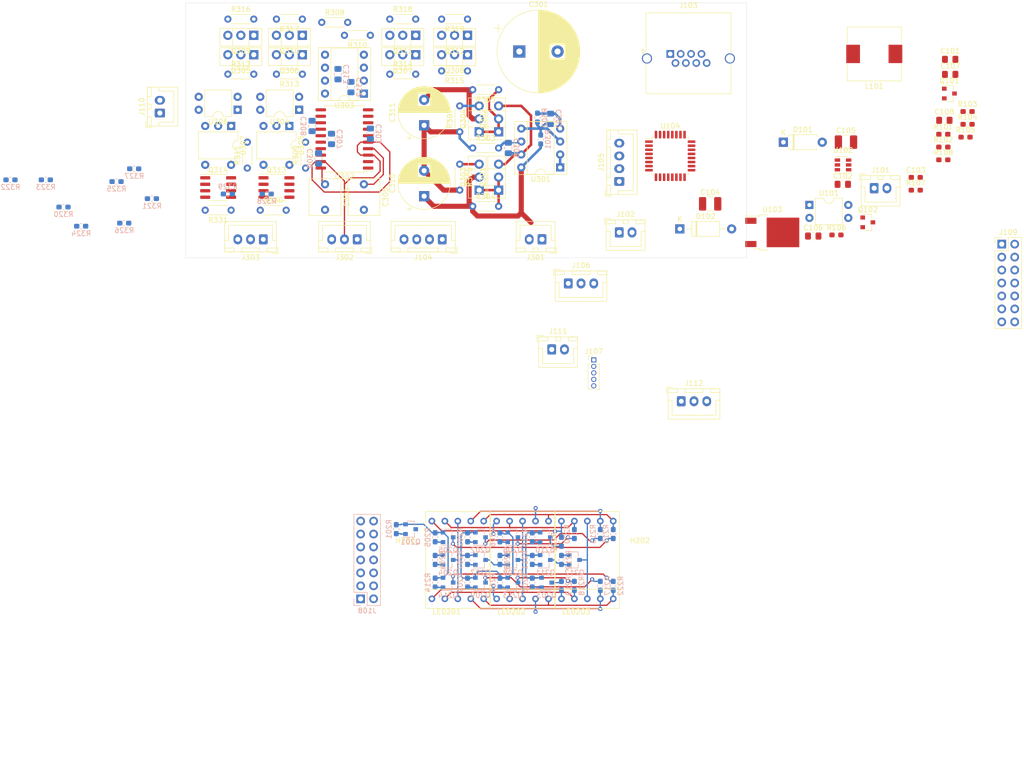
<source format=kicad_pcb>
(kicad_pcb (version 20171130) (host pcbnew "(5.1.2)-2")
  (layers (0 F.Cu signal) (31 B.Cu signal) (34 B.Paste user) (35 F.Paste user) (36 B.SilkS user) (37 F.SilkS user) (38 B.Mask user) (39 F.Mask user) (44 Edge.Cuts user))
  (net 0 "")
  (net 1 GND)
  (net 2 VCC)
  (net 3 "Net-(C103-Pad2)")
  (net 4 +5V)
  (net 5 +3V3)
  (net 6 VDDA)
  (net 7 VSSA)
  (net 8 "Net-(C302-Pad1)")
  (net 9 GNDA)
  (net 10 "Net-(C304-Pad2)")
  (net 11 /Audio/in2)
  (net 12 /Audio/in1)
  (net 13 "Net-(C305-Pad2)")
  (net 14 "Net-(C306-Pad2)")
  (net 15 "Net-(C306-Pad1)")
  (net 16 "Net-(C312-Pad1)")
  (net 17 "Net-(C312-Pad2)")
  (net 18 "Net-(C313-Pad1)")
  (net 19 "Net-(C313-Pad2)")
  (net 20 "Net-(D101-Pad1)")
  (net 21 "Net-(D101-Pad2)")
  (net 22 "Net-(D102-Pad1)")
  (net 23 "Net-(J102-Pad2)")
  (net 24 "Net-(J103-Pad3)")
  (net 25 "Net-(J103-Pad5)")
  (net 26 "Net-(J103-Pad7)")
  (net 27 "Net-(J103-Pad2)")
  (net 28 "Net-(J103-Pad4)")
  (net 29 "Net-(J103-Pad6)")
  (net 30 "Net-(J103-PadSH)")
  (net 31 /Audio/mute+)
  (net 32 /Audio/mute-)
  (net 33 /Audio/dgnd)
  (net 34 /Audio/clk)
  (net 35 /Audio/load)
  (net 36 /Audio/dat)
  (net 37 /vol_dat)
  (net 38 /vol_load)
  (net 39 /vol_clk)
  (net 40 /ENC_B)
  (net 41 /ENC_A)
  (net 42 /BTN_1)
  (net 43 /NRST)
  (net 44 /SWCLK)
  (net 45 /SWDIO)
  (net 46 "Net-(J108-Pad1)")
  (net 47 /display/K_C)
  (net 48 /display/K_B)
  (net 49 /display/K_D)
  (net 50 /display/K_A)
  (net 51 /display/K_E)
  (net 52 /display/A_COM1)
  (net 53 /display/K_F)
  (net 54 /display/A_COM2)
  (net 55 /display/K_G)
  (net 56 /display/A_COM3)
  (net 57 /display/K_DP)
  (net 58 GND_1)
  (net 59 +5V_1)
  (net 60 /SEG_LED_K_DP)
  (net 61 /SEG_LED_A_3)
  (net 62 /SEG_LED_K_G)
  (net 63 /SEG_LED_A_2)
  (net 64 /SEG_LED_K_F)
  (net 65 /SEG_LED_A_1)
  (net 66 /SEG_LED_K_E)
  (net 67 /SEG_LED_K_A)
  (net 68 /SEG_LED_K_D)
  (net 69 /SEG_LED_K_B)
  (net 70 /SEG_LED_K_C)
  (net 71 "Net-(J109-Pad1)")
  (net 72 /Audio/out1)
  (net 73 /Audio/out2)
  (net 74 "Net-(LED201-Pad1)")
  (net 75 "Net-(LED201-Pad2)")
  (net 76 /display/1)
  (net 77 "Net-(LED201-Pad4)")
  (net 78 "Net-(LED201-Pad5)")
  (net 79 "Net-(LED201-Pad6)")
  (net 80 "Net-(LED201-Pad7)")
  (net 81 "Net-(LED201-Pad9)")
  (net 82 "Net-(LED201-Pad10)")
  (net 83 /display/2)
  (net 84 /display/3)
  (net 85 /ext_MOSI)
  (net 86 /mute)
  (net 87 "Net-(Q201-Pad3)")
  (net 88 /display/a)
  (net 89 /display/e)
  (net 90 /display/b)
  (net 91 /display/f)
  (net 92 "Net-(Q207-Pad3)")
  (net 93 /display/c)
  (net 94 /display/g)
  (net 95 "Net-(Q211-Pad3)")
  (net 96 /display/d)
  (net 97 /display/dp)
  (net 98 "Net-(Q301-Pad1)")
  (net 99 "Net-(Q302-Pad1)")
  (net 100 "Net-(Q303-Pad3)")
  (net 101 "Net-(Q304-Pad3)")
  (net 102 "Net-(Q305-Pad3)")
  (net 103 "Net-(Q305-Pad1)")
  (net 104 "Net-(Q306-Pad1)")
  (net 105 "Net-(Q307-Pad1)")
  (net 106 "Net-(Q307-Pad3)")
  (net 107 "Net-(Q308-Pad1)")
  (net 108 "Net-(Q309-Pad3)")
  (net 109 "Net-(Q310-Pad3)")
  (net 110 "Net-(Q311-Pad3)")
  (net 111 "Net-(Q312-Pad3)")
  (net 112 /Audio/fb1)
  (net 113 "Net-(Q313-Pad5)")
  (net 114 "Net-(Q313-Pad2)")
  (net 115 "Net-(Q313-Pad1)")
  (net 116 "Net-(Q314-Pad1)")
  (net 117 "Net-(Q314-Pad2)")
  (net 118 "Net-(Q314-Pad5)")
  (net 119 /Audio/fb2)
  (net 120 /power_sw)
  (net 121 /ext_MISO)
  (net 122 "Net-(R320-Pad1)")
  (net 123 "Net-(R321-Pad1)")
  (net 124 "Net-(R322-Pad1)")
  (net 125 "Net-(R323-Pad1)")
  (net 126 "Net-(R324-Pad2)")
  (net 127 "Net-(R325-Pad2)")
  (net 128 "Net-(R326-Pad2)")
  (net 129 "Net-(R327-Pad2)")
  (net 130 "Net-(U102-Pad1)")
  (net 131 /LED)
  (net 132 /BTN_2)
  (net 133 /BTN_3)
  (net 134 /Audio/volout1)
  (net 135 "Net-(U302-Pad12)")
  (net 136 /Audio/volout2)
  (net 137 "Net-(H201-Pad1)")
  (net 138 "Net-(H202-Pad1)")
  (net 139 "Net-(U301-Pad1)")
  (net 140 "Net-(J111-Pad2)")
  (module Package_SO:SOIC-20W_7.5x12.8mm_P1.27mm (layer F.Cu) (at 31.115 26.67 180)
    (fp_text reference U302 (at 0 -7.35) (layer F.SilkS))
    (fp_text value LM1972)
    (pad 1 smd roundrect (at -4.65 -5.715 180) (size 2.05 0.6) (layers F.Cu F.Paste F.Mask) (net 9 GNDA))
    (pad 2 smd roundrect (at -4.65 -4.445 180) (size 2.05 0.6) (layers F.Cu F.Paste F.Mask) (net 134 /Audio/volout1))
    (pad 3 smd roundrect (at -4.65 -3.175 180) (size 2.05 0.6) (layers F.Cu F.Paste F.Mask) (net 9 GNDA))
    (pad 4 smd roundrect (at -4.65 -1.905 180) (size 2.05 0.6) (layers F.Cu F.Paste F.Mask) (net 12 /Audio/in1))
    (pad 5 smd roundrect (at -4.65 -0.635 180) (size 2.05 0.6) (layers F.Cu F.Paste F.Mask) (net 9 GNDA))
    (pad 6 smd roundrect (at -4.65 0.635 180) (size 2.05 0.6) (layers F.Cu F.Paste F.Mask) (net 9 GNDA))
    (pad 7 smd roundrect (at -4.65 1.905 180) (size 2.05 0.6) (layers F.Cu F.Paste F.Mask) (net 7 VSSA))
    (pad 8 smd roundrect (at -4.65 3.175 180) (size 2.05 0.6) (layers F.Cu F.Paste F.Mask) (net 33 /Audio/dgnd))
    (pad 9 smd roundrect (at -4.65 4.445 180) (size 2.05 0.6) (layers F.Cu F.Paste F.Mask) (net 34 /Audio/clk))
    (pad 10 smd roundrect (at -4.65 5.715 180) (size 2.05 0.6) (layers F.Cu F.Paste F.Mask) (net 35 /Audio/load))
    (pad 11 smd roundrect (at 4.65 5.715 180) (size 2.05 0.6) (layers F.Cu F.Paste F.Mask) (net 36 /Audio/dat))
    (pad 12 smd roundrect (at 4.65 4.445 180) (size 2.05 0.6) (layers F.Cu F.Paste F.Mask) (net 135 "Net-(U302-Pad12)"))
    (pad 13 smd roundrect (at 4.65 3.175 180) (size 2.05 0.6) (layers F.Cu F.Paste F.Mask) (net 6 VDDA))
    (pad 14 smd roundrect (at 4.65 1.905 180) (size 2.05 0.6) (layers F.Cu F.Paste F.Mask) (net 9 GNDA))
    (pad 15 smd roundrect (at 4.65 0.635 180) (size 2.05 0.6) (layers F.Cu F.Paste F.Mask) (net 6 VDDA))
    (pad 16 smd roundrect (at 4.65 -0.635 180) (size 2.05 0.6) (layers F.Cu F.Paste F.Mask) (net 9 GNDA))
    (pad 17 smd roundrect (at 4.65 -1.905 180) (size 2.05 0.6) (layers F.Cu F.Paste F.Mask) (net 136 /Audio/volout2))
    (pad 18 smd roundrect (at 4.65 -3.175 180) (size 2.05 0.6) (layers F.Cu F.Paste F.Mask) (net 7 VSSA))
    (pad 19 smd roundrect (at 4.65 -4.445 180) (size 2.05 0.6) (layers F.Cu F.Paste F.Mask) (net 9 GNDA))
    (pad 20 smd roundrect (at 4.65 -5.715 180) (size 2.05 0.6) (layers F.Cu F.Paste F.Mask) (net 11 /Audio/in2))
  )
  (module Resistor_THT:R_Axial_DIN0204_L3.6mm_D1.6mm_P5.08mm_Horizontal (layer F.Cu) (at 56.261 28.448)
    (fp_text reference R303 (at 2.54 -1.92 -180) (layer F.SilkS))
    (fp_text value 0)
    (pad 1 thru_hole circle (at 0 0) (size 1.4 1.4) (drill 0.7) (layers *.Cu *.Mask) (net 9 GNDA))
    (pad 2 thru_hole oval (at 5.08 0) (size 1.4 1.4) (drill 0.7) (layers *.Cu *.Mask) (net 14 "Net-(C306-Pad2)"))
  )
  (module Package_DIP:DIP-8_W7.62mm_Socket (layer F.Cu) (at 73.406 32.258 180)
    (fp_text reference U301 (at 3.81 -2.33) (layer F.SilkS))
    (fp_text value OPAMP)
    (pad 8 thru_hole oval (at 7.62 0 180) (size 1.6 1.6) (drill 0.8) (layers *.Cu *.Mask) (net 6 VDDA))
    (pad 4 thru_hole oval (at 0 7.62 180) (size 1.6 1.6) (drill 0.8) (layers *.Cu *.Mask) (net 7 VSSA))
    (pad 7 thru_hole oval (at 7.62 2.54 180) (size 1.6 1.6) (drill 0.8) (layers *.Cu *.Mask) (net 15 "Net-(C306-Pad1)"))
    (pad 3 thru_hole oval (at 0 5.08 180) (size 1.6 1.6) (drill 0.8) (layers *.Cu *.Mask) (net 8 "Net-(C302-Pad1)"))
    (pad 6 thru_hole oval (at 7.62 5.08 180) (size 1.6 1.6) (drill 0.8) (layers *.Cu *.Mask) (net 14 "Net-(C306-Pad2)"))
    (pad 2 thru_hole oval (at 0 2.54 180) (size 1.6 1.6) (drill 0.8) (layers *.Cu *.Mask) (net 139 "Net-(U301-Pad1)"))
    (pad 5 thru_hole oval (at 7.62 7.62 180) (size 1.6 1.6) (drill 0.8) (layers *.Cu *.Mask) (net 8 "Net-(C302-Pad1)"))
    (pad 1 thru_hole rect (at 0 0 180) (size 1.6 1.6) (drill 0.8) (layers *.Cu *.Mask) (net 139 "Net-(U301-Pad1)"))
  )
  (module Package_TO_SOT_THT:TO-126-3_Vertical (layer F.Cu) (at 61.341 36.703 90)
    (fp_text reference Q301 (at 2.54 -3.12 90) (layer F.SilkS))
    (fp_text value TTC004B)
    (pad 3 thru_hole oval (at 5.08 0 90) (size 1.8 1.8) (drill 1) (layers *.Cu *.Mask) (net 15 "Net-(C306-Pad1)"))
    (pad 2 thru_hole oval (at 2.54 0 90) (size 1.8 1.8) (drill 1) (layers *.Cu *.Mask) (net 98 "Net-(Q301-Pad1)"))
    (pad 1 thru_hole rect (at 0 0 90) (size 1.8 1.8) (drill 1) (layers *.Cu *.Mask) (net 98 "Net-(Q301-Pad1)"))
  )
  (module Capacitor_SMD:C_0805_2012Metric_Pad1.15x1.40mm_HandSolder (layer B.Cu) (at 63.246 28.448 90)
    (fp_text reference C306 (at 0 1.65 270) (layer B.SilkS) (effects (justify mirror)))
    (fp_text value NC)
    (pad 2 smd roundrect (at 1.025 0 90) (size 1.15 1.4) (layers B.Cu B.Paste B.Mask) (roundrect_rratio 0.217391) (net 14 "Net-(C306-Pad2)"))
    (pad 1 smd roundrect (at -1.025 0 90) (size 1.15 1.4) (layers B.Cu B.Paste B.Mask) (roundrect_rratio 0.217391) (net 15 "Net-(C306-Pad1)"))
  )
  (module Package_TO_SOT_THT:TO-126-3_Vertical (layer F.Cu) (at 61.341 25.273 90)
    (fp_text reference Q302 (at 2.54 -3.12 90) (layer F.SilkS))
    (fp_text value TTA004B)
    (pad 1 thru_hole rect (at 0 0 90) (size 1.8 1.8) (drill 1) (layers *.Cu *.Mask) (net 99 "Net-(Q302-Pad1)"))
    (pad 2 thru_hole oval (at 2.54 0 90) (size 1.8 1.8) (drill 1) (layers *.Cu *.Mask) (net 99 "Net-(Q302-Pad1)"))
    (pad 3 thru_hole oval (at 5.08 0 90) (size 1.8 1.8) (drill 1) (layers *.Cu *.Mask) (net 15 "Net-(C306-Pad1)"))
  )
  (module fues-display:OSL10564 (layer F.Cu) (at 48.26 116.84)
    (fp_text reference LED201 (at 0 2.54) (layer F.SilkS) (effects (justify left)))
    (fp_text value OSL10564-IYG)
    (pad 1 thru_hole circle (at 0 0) (size 1.3 1.3) (drill 0.7) (layers *.Cu *.Mask) (net 74 "Net-(LED201-Pad1)"))
    (pad 2 thru_hole circle (at 2.54 0) (size 1.3 1.3) (drill 0.7) (layers *.Cu *.Mask) (net 75 "Net-(LED201-Pad2)"))
    (pad 3 thru_hole circle (at 5.08 0) (size 1.3 1.3) (drill 0.7) (layers *.Cu *.Mask) (net 76 /display/1))
    (pad 4 thru_hole circle (at 7.62 0) (size 1.3 1.3) (drill 0.7) (layers *.Cu *.Mask) (net 77 "Net-(LED201-Pad4)"))
    (pad 5 thru_hole circle (at 10.16 0) (size 1.3 1.3) (drill 0.7) (layers *.Cu *.Mask) (net 78 "Net-(LED201-Pad5)"))
    (pad 6 thru_hole circle (at 10.16 -15.24) (size 1.3 1.3) (drill 0.7) (layers *.Cu *.Mask) (net 79 "Net-(LED201-Pad6)"))
    (pad 7 thru_hole circle (at 7.62 -15.24) (size 1.3 1.3) (drill 0.7) (layers *.Cu *.Mask) (net 80 "Net-(LED201-Pad7)"))
    (pad 8 thru_hole circle (at 5.08 -15.24) (size 1.3 1.3) (drill 0.7) (layers *.Cu *.Mask) (net 76 /display/1))
    (pad 9 thru_hole circle (at 2.54 -15.24) (size 1.3 1.3) (drill 0.7) (layers *.Cu *.Mask) (net 81 "Net-(LED201-Pad9)"))
    (pad 10 thru_hole circle (at 0 -15.24) (size 1.3 1.3) (drill 0.7) (layers *.Cu *.Mask) (net 82 "Net-(LED201-Pad10)"))
  )
  (module Package_TO_SOT_SMD:SOT-23 (layer B.Cu) (at 64.135 104.775)
    (fp_text reference Q206 (at 0 2.5) (layer B.SilkS) (effects (justify mirror)))
    (fp_text value 2N7002K)
    (pad 1 smd rect (at -1 0.95) (size 0.9 0.8) (layers B.Cu B.Paste B.Mask) (net 53 /display/K_F))
    (pad 2 smd rect (at -1 -0.95) (size 0.9 0.8) (layers B.Cu B.Paste B.Mask) (net 58 GND_1))
    (pad 3 smd rect (at 1 0) (size 0.9 0.8) (layers B.Cu B.Paste B.Mask) (net 91 /display/f))
  )
  (module MountingHole:MountingHole_3.2mm_M3_DIN965 (layer F.Cu) (at 43.04 109.22)
    (fp_text reference H201 (at 0 -3.8) (layer F.SilkS))
    (fp_text value mounting_hole)
    (pad 1 np_thru_hole circle (at 0 0) (size 3.2 3.2) (drill 3.2) (layers *.Cu *.Mask) (net 137 "Net-(H201-Pad1)"))
  )
  (module MountingHole:MountingHole_3.2mm_M3_DIN965 (layer F.Cu) (at 89.04 109.22)
    (fp_text reference H202 (at 0 -3.8) (layer F.SilkS))
    (fp_text value mounting_hole)
    (pad 1 np_thru_hole circle (at 0 0) (size 3.2 3.2) (drill 3.2) (layers *.Cu *.Mask) (net 138 "Net-(H202-Pad1)"))
  )
  (module Resistor_SMD:R_0603_1608Metric_Pad1.05x0.95mm_HandSolder (layer B.Cu) (at 83.82 114.3 90)
    (fp_text reference R222 (at 0 1.43 90) (layer B.SilkS) (effects (justify mirror)))
    (fp_text value 220)
    (pad 2 smd roundrect (at 0.875 0 90) (size 1.05 0.95) (layers B.Cu B.Paste B.Mask) (net 97 /display/dp))
    (pad 1 smd roundrect (at -0.875 0 90) (size 1.05 0.95) (layers B.Cu B.Paste B.Mask) (net 78 "Net-(LED201-Pad5)"))
  )
  (module fues-display:OSL10564 (layer F.Cu) (at 73.66 116.84)
    (fp_text reference LED203 (at 0 2.54) (layer F.SilkS) (effects (justify left)))
    (fp_text value OSL10564-IYG)
    (pad 1 thru_hole circle (at 0 0) (size 1.3 1.3) (drill 0.7) (layers *.Cu *.Mask) (net 74 "Net-(LED201-Pad1)"))
    (pad 2 thru_hole circle (at 2.54 0) (size 1.3 1.3) (drill 0.7) (layers *.Cu *.Mask) (net 75 "Net-(LED201-Pad2)"))
    (pad 3 thru_hole circle (at 5.08 0) (size 1.3 1.3) (drill 0.7) (layers *.Cu *.Mask) (net 84 /display/3))
    (pad 4 thru_hole circle (at 7.62 0) (size 1.3 1.3) (drill 0.7) (layers *.Cu *.Mask) (net 77 "Net-(LED201-Pad4)"))
    (pad 5 thru_hole circle (at 10.16 0) (size 1.3 1.3) (drill 0.7) (layers *.Cu *.Mask) (net 78 "Net-(LED201-Pad5)"))
    (pad 6 thru_hole circle (at 10.16 -15.24) (size 1.3 1.3) (drill 0.7) (layers *.Cu *.Mask) (net 79 "Net-(LED201-Pad6)"))
    (pad 7 thru_hole circle (at 7.62 -15.24) (size 1.3 1.3) (drill 0.7) (layers *.Cu *.Mask) (net 80 "Net-(LED201-Pad7)"))
    (pad 8 thru_hole circle (at 5.08 -15.24) (size 1.3 1.3) (drill 0.7) (layers *.Cu *.Mask) (net 84 /display/3))
    (pad 9 thru_hole circle (at 2.54 -15.24) (size 1.3 1.3) (drill 0.7) (layers *.Cu *.Mask) (net 81 "Net-(LED201-Pad9)"))
    (pad 10 thru_hole circle (at 0 -15.24) (size 1.3 1.3) (drill 0.7) (layers *.Cu *.Mask) (net 82 "Net-(LED201-Pad10)"))
  )
  (module fues-display:OSL10564 (layer F.Cu) (at 60.96 116.84)
    (fp_text reference LED202 (at 0 2.54) (layer F.SilkS) (effects (justify left)))
    (fp_text value OSL10564-IYG)
    (pad 10 thru_hole circle (at 0 -15.24) (size 1.3 1.3) (drill 0.7) (layers *.Cu *.Mask) (net 82 "Net-(LED201-Pad10)"))
    (pad 9 thru_hole circle (at 2.54 -15.24) (size 1.3 1.3) (drill 0.7) (layers *.Cu *.Mask) (net 81 "Net-(LED201-Pad9)"))
    (pad 8 thru_hole circle (at 5.08 -15.24) (size 1.3 1.3) (drill 0.7) (layers *.Cu *.Mask) (net 83 /display/2))
    (pad 7 thru_hole circle (at 7.62 -15.24) (size 1.3 1.3) (drill 0.7) (layers *.Cu *.Mask) (net 80 "Net-(LED201-Pad7)"))
    (pad 6 thru_hole circle (at 10.16 -15.24) (size 1.3 1.3) (drill 0.7) (layers *.Cu *.Mask) (net 79 "Net-(LED201-Pad6)"))
    (pad 5 thru_hole circle (at 10.16 0) (size 1.3 1.3) (drill 0.7) (layers *.Cu *.Mask) (net 78 "Net-(LED201-Pad5)"))
    (pad 4 thru_hole circle (at 7.62 0) (size 1.3 1.3) (drill 0.7) (layers *.Cu *.Mask) (net 77 "Net-(LED201-Pad4)"))
    (pad 3 thru_hole circle (at 5.08 0) (size 1.3 1.3) (drill 0.7) (layers *.Cu *.Mask) (net 83 /display/2))
    (pad 2 thru_hole circle (at 2.54 0) (size 1.3 1.3) (drill 0.7) (layers *.Cu *.Mask) (net 75 "Net-(LED201-Pad2)"))
    (pad 1 thru_hole circle (at 0 0) (size 1.3 1.3) (drill 0.7) (layers *.Cu *.Mask) (net 74 "Net-(LED201-Pad1)"))
  )
  (module Capacitor_SMD:C_0805_2012Metric_Pad1.15x1.40mm_HandSolder (layer F.Cu) (at 149.885001 11.065001)
    (fp_text reference C101 (at 0 -1.65) (layer F.SilkS))
    (fp_text value "2.2uF 25V")
    (pad 2 smd roundrect (at 1.025 0) (size 1.15 1.4) (layers F.Cu F.Paste F.Mask) (roundrect_rratio 0.217391) (net 1 GND))
    (pad 1 smd roundrect (at -1.025 0) (size 1.15 1.4) (layers F.Cu F.Paste F.Mask) (roundrect_rratio 0.217391) (net 2 VCC))
  )
  (module Capacitor_SMD:C_0805_2012Metric_Pad1.15x1.40mm_HandSolder (layer F.Cu) (at 128.825001 35.565001)
    (fp_text reference C102 (at 0 -1.65) (layer F.SilkS))
    (fp_text value "2.2uF 25V NC")
    (pad 1 smd roundrect (at -1.025 0) (size 1.15 1.4) (layers F.Cu F.Paste F.Mask) (roundrect_rratio 0.217391) (net 2 VCC))
    (pad 2 smd roundrect (at 1.025 0) (size 1.15 1.4) (layers F.Cu F.Paste F.Mask) (roundrect_rratio 0.217391) (net 1 GND))
  )
  (module Capacitor_SMD:C_0603_1608Metric_Pad1.05x0.95mm_HandSolder (layer F.Cu) (at 143.135001 34.205001)
    (fp_text reference C103 (at 0 -1.43) (layer F.SilkS))
    (fp_text value "1000pF 50V")
    (pad 2 smd roundrect (at 0.875 0) (size 1.05 0.95) (layers F.Cu F.Paste F.Mask) (net 3 "Net-(C103-Pad2)"))
    (pad 1 smd roundrect (at -0.875 0) (size 1.05 0.95) (layers F.Cu F.Paste F.Mask) (net 4 +5V))
  )
  (module Capacitor_SMD:C_1210_3225Metric_Pad1.42x2.65mm_HandSolder (layer F.Cu) (at 102.825001 39.395001)
    (fp_text reference C104 (at 0 -2.28) (layer F.SilkS))
    (fp_text value "47uF 16V")
    (pad 1 smd roundrect (at -1.4875 0) (size 1.425 2.65) (layers F.Cu F.Paste F.Mask) (roundrect_rratio 0.175439) (net 4 +5V))
    (pad 2 smd roundrect (at 1.4875 0) (size 1.425 2.65) (layers F.Cu F.Paste F.Mask) (roundrect_rratio 0.175439) (net 1 GND))
  )
  (module Capacitor_SMD:C_1210_3225Metric_Pad1.42x2.65mm_HandSolder (layer F.Cu) (at 129.455001 27.295001)
    (fp_text reference C105 (at 0 -2.28) (layer F.SilkS))
    (fp_text value "47uF 16V NC")
    (pad 2 smd roundrect (at 1.4875 0) (size 1.425 2.65) (layers F.Cu F.Paste F.Mask) (roundrect_rratio 0.175439) (net 1 GND))
    (pad 1 smd roundrect (at -1.4875 0) (size 1.425 2.65) (layers F.Cu F.Paste F.Mask) (roundrect_rratio 0.175439) (net 4 +5V))
  )
  (module Capacitor_SMD:C_0805_2012Metric_Pad1.15x1.40mm_HandSolder (layer F.Cu) (at 123.035001 45.715001)
    (fp_text reference C106 (at 0 -1.65) (layer F.SilkS))
    (fp_text value 0.1u)
    (pad 2 smd roundrect (at 1.025 0) (size 1.15 1.4) (layers F.Cu F.Paste F.Mask) (roundrect_rratio 0.217391) (net 1 GND))
    (pad 1 smd roundrect (at -1.025 0) (size 1.15 1.4) (layers F.Cu F.Paste F.Mask) (roundrect_rratio 0.217391) (net 4 +5V))
  )
  (module Capacitor_SMD:C_0805_2012Metric_Pad1.15x1.40mm_HandSolder (layer F.Cu) (at 149.885001 14.015001)
    (fp_text reference C107 (at 0 -1.65) (layer F.SilkS))
    (fp_text value 0.1u)
    (pad 2 smd roundrect (at 1.025 0) (size 1.15 1.4) (layers F.Cu F.Paste F.Mask) (roundrect_rratio 0.217391) (net 1 GND))
    (pad 1 smd roundrect (at -1.025 0) (size 1.15 1.4) (layers F.Cu F.Paste F.Mask) (roundrect_rratio 0.217391) (net 5 +3V3))
  )
  (module Capacitor_SMD:C_0805_2012Metric_Pad1.15x1.40mm_HandSolder (layer F.Cu) (at 148.745001 23.015001)
    (fp_text reference C108 (at 0 -1.65) (layer F.SilkS))
    (fp_text value 0.1u)
    (pad 1 smd roundrect (at -1.025 0) (size 1.15 1.4) (layers F.Cu F.Paste F.Mask) (roundrect_rratio 0.217391) (net 5 +3V3))
    (pad 2 smd roundrect (at 1.025 0) (size 1.15 1.4) (layers F.Cu F.Paste F.Mask) (roundrect_rratio 0.217391) (net 1 GND))
  )
  (module Capacitor_THT:CP_Radial_D16.0mm_P7.50mm (layer F.Cu) (at 65.405 9.525)
    (fp_text reference C301 (at 3.75 -9.25) (layer F.SilkS))
    (fp_text value 470u)
    (pad 1 thru_hole rect (at 0 0) (size 2.4 2.4) (drill 1.2) (layers *.Cu *.Mask) (net 6 VDDA))
    (pad 2 thru_hole circle (at 7.5 0) (size 2.4 2.4) (drill 1.2) (layers *.Cu *.Mask) (net 7 VSSA))
  )
  (module Capacitor_SMD:C_0805_2012Metric_Pad1.15x1.40mm_HandSolder (layer B.Cu) (at 71.501 22.733 90)
    (fp_text reference C302 (at 0 1.65 270) (layer B.SilkS) (effects (justify mirror)))
    (fp_text value 0.1u)
    (pad 2 smd roundrect (at 1.025 0 90) (size 1.15 1.4) (layers B.Cu B.Paste B.Mask) (roundrect_rratio 0.217391) (net 7 VSSA))
    (pad 1 smd roundrect (at -1.025 0 90) (size 1.15 1.4) (layers B.Cu B.Paste B.Mask) (roundrect_rratio 0.217391) (net 8 "Net-(C302-Pad1)"))
  )
  (module Capacitor_SMD:C_0805_2012Metric_Pad1.15x1.40mm_HandSolder (layer B.Cu) (at 36.195 25.645 90)
    (fp_text reference C303 (at 0 1.65 90) (layer B.SilkS) (effects (justify mirror)))
    (fp_text value 0.1u)
    (pad 1 smd roundrect (at -1.025 0 90) (size 1.15 1.4) (layers B.Cu B.Paste B.Mask) (roundrect_rratio 0.217391) (net 7 VSSA))
    (pad 2 smd roundrect (at 1.025 0 90) (size 1.15 1.4) (layers B.Cu B.Paste B.Mask) (roundrect_rratio 0.217391) (net 9 GNDA))
  )
  (module Capacitor_THT:C_Rect_L7.0mm_W6.0mm_P5.00mm (layer F.Cu) (at 27.305 35.56 270)
    (fp_text reference C304 (at 2.5 -4.25 90) (layer F.SilkS))
    (fp_text value 1u)
    (pad 2 thru_hole circle (at 5 0 270) (size 1.6 1.6) (drill 0.8) (layers *.Cu *.Mask) (net 10 "Net-(C304-Pad2)"))
    (pad 1 thru_hole circle (at 0 0 270) (size 1.6 1.6) (drill 0.8) (layers *.Cu *.Mask) (net 11 /Audio/in2))
  )
  (module Capacitor_THT:C_Rect_L7.0mm_W6.0mm_P5.00mm (layer F.Cu) (at 34.925 35.56 270)
    (fp_text reference C305 (at 2.5 -4.25 90) (layer F.SilkS))
    (fp_text value 1u)
    (pad 1 thru_hole circle (at 0 0 270) (size 1.6 1.6) (drill 0.8) (layers *.Cu *.Mask) (net 12 /Audio/in1))
    (pad 2 thru_hole circle (at 5 0 270) (size 1.6 1.6) (drill 0.8) (layers *.Cu *.Mask) (net 13 "Net-(C305-Pad2)"))
  )
  (module Capacitor_SMD:C_0805_2012Metric_Pad1.15x1.40mm_HandSolder (layer B.Cu) (at 28.575 26.67 90)
    (fp_text reference C307 (at 0 1.65 -90) (layer B.SilkS) (effects (justify mirror)))
    (fp_text value 0.1u)
    (pad 1 smd roundrect (at -1.025 0 90) (size 1.15 1.4) (layers B.Cu B.Paste B.Mask) (roundrect_rratio 0.217391) (net 9 GNDA))
    (pad 2 smd roundrect (at 1.025 0 90) (size 1.15 1.4) (layers B.Cu B.Paste B.Mask) (roundrect_rratio 0.217391) (net 6 VDDA))
  )
  (module Capacitor_SMD:C_0805_2012Metric_Pad1.15x1.40mm_HandSolder (layer B.Cu) (at 24.765 24.13 270)
    (fp_text reference C308 (at 0 1.65 90) (layer B.SilkS) (effects (justify mirror)))
    (fp_text value 0.1u)
    (pad 1 smd roundrect (at -1.025 0 270) (size 1.15 1.4) (layers B.Cu B.Paste B.Mask) (roundrect_rratio 0.217391) (net 6 VDDA))
    (pad 2 smd roundrect (at 1.025 0 270) (size 1.15 1.4) (layers B.Cu B.Paste B.Mask) (roundrect_rratio 0.217391) (net 9 GNDA))
  )
  (module Capacitor_SMD:C_0805_2012Metric_Pad1.15x1.40mm_HandSolder (layer B.Cu) (at 26.035 30.48 270)
    (fp_text reference C309 (at 0 1.65 90) (layer B.SilkS) (effects (justify mirror)))
    (fp_text value 0.1u)
    (pad 2 smd roundrect (at 1.025 0 270) (size 1.15 1.4) (layers B.Cu B.Paste B.Mask) (roundrect_rratio 0.217391) (net 9 GNDA))
    (pad 1 smd roundrect (at -1.025 0 270) (size 1.15 1.4) (layers B.Cu B.Paste B.Mask) (roundrect_rratio 0.217391) (net 7 VSSA))
  )
  (module Capacitor_THT:CP_Radial_D10.0mm_P5.00mm (layer F.Cu) (at 46.736 37.893 90)
    (fp_text reference C310 (at 2.5 -6.25 90) (layer F.SilkS))
    (fp_text value 470u)
    (pad 2 thru_hole circle (at 5 0 90) (size 2 2) (drill 1) (layers *.Cu *.Mask) (net 9 GNDA))
    (pad 1 thru_hole rect (at 0 0 90) (size 2 2) (drill 1) (layers *.Cu *.Mask) (net 6 VDDA))
  )
  (module Capacitor_THT:CP_Radial_D10.0mm_P5.00mm (layer F.Cu) (at 46.736 24.003 90)
    (fp_text reference C311 (at 2.5 -6.25 90) (layer F.SilkS))
    (fp_text value 470u)
    (pad 1 thru_hole rect (at 0 0 90) (size 2 2) (drill 1) (layers *.Cu *.Mask) (net 9 GNDA))
    (pad 2 thru_hole circle (at 5 0 90) (size 2 2) (drill 1) (layers *.Cu *.Mask) (net 7 VSSA))
  )
  (module Capacitor_SMD:C_0805_2012Metric_Pad1.15x1.40mm_HandSolder (layer B.Cu) (at 32.385 16.51 90)
    (fp_text reference C312 (at 0 1.65 270) (layer B.SilkS) (effects (justify mirror)))
    (fp_text value NC)
    (pad 1 smd roundrect (at -1.025 0 90) (size 1.15 1.4) (layers B.Cu B.Paste B.Mask) (roundrect_rratio 0.217391) (net 16 "Net-(C312-Pad1)"))
    (pad 2 smd roundrect (at 1.025 0 90) (size 1.15 1.4) (layers B.Cu B.Paste B.Mask) (roundrect_rratio 0.217391) (net 17 "Net-(C312-Pad2)"))
  )
  (module Capacitor_SMD:C_0805_2012Metric_Pad1.15x1.40mm_HandSolder (layer B.Cu) (at 29.845 13.97 90)
    (fp_text reference C313 (at 0 1.65 270) (layer B.SilkS) (effects (justify mirror)))
    (fp_text value NC)
    (pad 1 smd roundrect (at -1.025 0 90) (size 1.15 1.4) (layers B.Cu B.Paste B.Mask) (roundrect_rratio 0.217391) (net 18 "Net-(C313-Pad1)"))
    (pad 2 smd roundrect (at 1.025 0 90) (size 1.15 1.4) (layers B.Cu B.Paste B.Mask) (roundrect_rratio 0.217391) (net 19 "Net-(C313-Pad2)"))
  )
  (module Diode_THT:D_A-405_P7.62mm_Horizontal (layer F.Cu) (at 117.185001 27.315001)
    (fp_text reference D101 (at 3.81 -2.47) (layer F.SilkS))
    (fp_text value D)
    (fp_text user K (at 0 -1.9) (layer F.SilkS))
    (pad 1 thru_hole rect (at 0 0) (size 1.8 1.8) (drill 0.9) (layers *.Cu *.Mask) (net 20 "Net-(D101-Pad1)"))
    (pad 2 thru_hole oval (at 7.62 0) (size 1.8 1.8) (drill 0.9) (layers *.Cu *.Mask) (net 21 "Net-(D101-Pad2)"))
  )
  (module Diode_THT:D_A-405_P10.16mm_Horizontal (layer F.Cu) (at 96.875001 44.315001)
    (fp_text reference D102 (at 5.08 -2.47) (layer F.SilkS))
    (fp_text value SB240LES)
    (fp_text user K (at 0 -1.9) (layer F.SilkS))
    (pad 1 thru_hole rect (at 0 0) (size 1.8 1.8) (drill 0.9) (layers *.Cu *.Mask) (net 22 "Net-(D102-Pad1)"))
    (pad 2 thru_hole oval (at 10.16 0) (size 1.8 1.8) (drill 0.9) (layers *.Cu *.Mask) (net 1 GND))
  )
  (module Connector_JST:JST_XH_B2B-XH-A_1x02_P2.50mm_Vertical (layer F.Cu) (at 134.985001 36.325001)
    (fp_text reference J101 (at 1.25 -3.55) (layer F.SilkS))
    (fp_text value POWER)
    (pad 2 thru_hole oval (at 2.5 0) (size 1.7 2) (drill 1) (layers *.Cu *.Mask) (net 2 VCC))
    (pad 1 thru_hole roundrect (at 0 0) (size 1.7 2) (drill 1) (layers *.Cu *.Mask) (roundrect_rratio 0.147059) (net 1 GND))
  )
  (module Connector_RJ:RJ45_Amphenol_RJHSE5380 (layer F.Cu) (at 95 10)
    (fp_text reference J103 (at 3.56 -9.5) (layer F.SilkS))
    (fp_text value 8P8C_Shielded)
    (pad 1 thru_hole rect (at 0 0) (size 1.5 1.5) (drill 0.89) (layers *.Cu *.Mask) (net 4 +5V))
    (pad 3 thru_hole circle (at 2.04 0) (size 1.5 1.5) (drill 0.89) (layers *.Cu *.Mask) (net 24 "Net-(J103-Pad3)"))
    (pad 5 thru_hole circle (at 4.08 0) (size 1.5 1.5) (drill 0.89) (layers *.Cu *.Mask) (net 25 "Net-(J103-Pad5)"))
    (pad 7 thru_hole circle (at 6.12 0) (size 1.5 1.5) (drill 0.89) (layers *.Cu *.Mask) (net 26 "Net-(J103-Pad7)"))
    (pad 2 thru_hole circle (at 1.02 1.78) (size 1.5 1.5) (drill 0.89) (layers *.Cu *.Mask) (net 27 "Net-(J103-Pad2)"))
    (pad 4 thru_hole circle (at 3.06 1.78) (size 1.5 1.5) (drill 0.89) (layers *.Cu *.Mask) (net 28 "Net-(J103-Pad4)"))
    (pad 6 thru_hole circle (at 5.1 1.78) (size 1.5 1.5) (drill 0.89) (layers *.Cu *.Mask) (net 29 "Net-(J103-Pad6)"))
    (pad 8 thru_hole circle (at 7.14 1.78) (size 1.5 1.5) (drill 0.89) (layers *.Cu *.Mask) (net 21 "Net-(D101-Pad2)"))
    (pad "" np_thru_hole circle (at -2.79 -2.54) (size 3.25 3.25) (drill 3.25) (layers *.Cu *.Mask))
    (pad "" np_thru_hole circle (at 9.91 -2.54) (size 3.25 3.25) (drill 3.25) (layers *.Cu *.Mask))
    (pad SH thru_hole circle (at 11.69 0.89) (size 2 2) (drill 1.57) (layers *.Cu *.Mask) (net 30 "Net-(J103-PadSH)"))
    (pad SH thru_hole circle (at -4.57 0.89) (size 2 2) (drill 1.57) (layers *.Cu *.Mask) (net 30 "Net-(J103-PadSH)"))
  )
  (module Connector_PinHeader_2.54mm:PinHeader_2x07_P2.54mm_Vertical (layer B.Cu) (at 34.29 116.84)
    (fp_text reference J108 (at 1.27 2.33) (layer B.SilkS) (effects (justify mirror)))
    (fp_text value LEDtoMCU)
    (pad 1 thru_hole rect (at 0 0) (size 1.7 1.7) (drill 1) (layers *.Cu *.Mask) (net 46 "Net-(J108-Pad1)"))
    (pad 2 thru_hole oval (at 2.54 0) (size 1.7 1.7) (drill 1) (layers *.Cu *.Mask) (net 47 /display/K_C))
    (pad 3 thru_hole oval (at 0 -2.54) (size 1.7 1.7) (drill 1) (layers *.Cu *.Mask) (net 48 /display/K_B))
    (pad 4 thru_hole oval (at 2.54 -2.54) (size 1.7 1.7) (drill 1) (layers *.Cu *.Mask) (net 49 /display/K_D))
    (pad 5 thru_hole oval (at 0 -5.08) (size 1.7 1.7) (drill 1) (layers *.Cu *.Mask) (net 50 /display/K_A))
    (pad 6 thru_hole oval (at 2.54 -5.08) (size 1.7 1.7) (drill 1) (layers *.Cu *.Mask) (net 51 /display/K_E))
    (pad 7 thru_hole oval (at 0 -7.62) (size 1.7 1.7) (drill 1) (layers *.Cu *.Mask) (net 52 /display/A_COM1))
    (pad 8 thru_hole oval (at 2.54 -7.62) (size 1.7 1.7) (drill 1) (layers *.Cu *.Mask) (net 53 /display/K_F))
    (pad 9 thru_hole oval (at 0 -10.16) (size 1.7 1.7) (drill 1) (layers *.Cu *.Mask) (net 54 /display/A_COM2))
    (pad 10 thru_hole oval (at 2.54 -10.16) (size 1.7 1.7) (drill 1) (layers *.Cu *.Mask) (net 55 /display/K_G))
    (pad 11 thru_hole oval (at 0 -12.7) (size 1.7 1.7) (drill 1) (layers *.Cu *.Mask) (net 56 /display/A_COM3))
    (pad 12 thru_hole oval (at 2.54 -12.7) (size 1.7 1.7) (drill 1) (layers *.Cu *.Mask) (net 57 /display/K_DP))
    (pad 13 thru_hole oval (at 0 -15.24) (size 1.7 1.7) (drill 1) (layers *.Cu *.Mask) (net 58 GND_1))
    (pad 14 thru_hole oval (at 2.54 -15.24) (size 1.7 1.7) (drill 1) (layers *.Cu *.Mask) (net 59 +5V_1))
  )
  (module Connector_PinHeader_2.54mm:PinHeader_2x07_P2.54mm_Vertical (layer F.Cu) (at 160 47.3)
    (fp_text reference J109 (at 1.27 -2.33) (layer F.SilkS))
    (fp_text value MCUtoLED)
    (pad 14 thru_hole oval (at 2.54 15.24) (size 1.7 1.7) (drill 1) (layers *.Cu *.Mask) (net 4 +5V))
    (pad 13 thru_hole oval (at 0 15.24) (size 1.7 1.7) (drill 1) (layers *.Cu *.Mask) (net 1 GND))
    (pad 12 thru_hole oval (at 2.54 12.7) (size 1.7 1.7) (drill 1) (layers *.Cu *.Mask) (net 60 /SEG_LED_K_DP))
    (pad 11 thru_hole oval (at 0 12.7) (size 1.7 1.7) (drill 1) (layers *.Cu *.Mask) (net 61 /SEG_LED_A_3))
    (pad 10 thru_hole oval (at 2.54 10.16) (size 1.7 1.7) (drill 1) (layers *.Cu *.Mask) (net 62 /SEG_LED_K_G))
    (pad 9 thru_hole oval (at 0 10.16) (size 1.7 1.7) (drill 1) (layers *.Cu *.Mask) (net 63 /SEG_LED_A_2))
    (pad 8 thru_hole oval (at 2.54 7.62) (size 1.7 1.7) (drill 1) (layers *.Cu *.Mask) (net 64 /SEG_LED_K_F))
    (pad 7 thru_hole oval (at 0 7.62) (size 1.7 1.7) (drill 1) (layers *.Cu *.Mask) (net 65 /SEG_LED_A_1))
    (pad 6 thru_hole oval (at 2.54 5.08) (size 1.7 1.7) (drill 1) (layers *.Cu *.Mask) (net 66 /SEG_LED_K_E))
    (pad 5 thru_hole oval (at 0 5.08) (size 1.7 1.7) (drill 1) (layers *.Cu *.Mask) (net 67 /SEG_LED_K_A))
    (pad 4 thru_hole oval (at 2.54 2.54) (size 1.7 1.7) (drill 1) (layers *.Cu *.Mask) (net 68 /SEG_LED_K_D))
    (pad 3 thru_hole oval (at 0 2.54) (size 1.7 1.7) (drill 1) (layers *.Cu *.Mask) (net 69 /SEG_LED_K_B))
    (pad 2 thru_hole oval (at 2.54 0) (size 1.7 1.7) (drill 1) (layers *.Cu *.Mask) (net 70 /SEG_LED_K_C))
    (pad 1 thru_hole rect (at 0 0) (size 1.7 1.7) (drill 1) (layers *.Cu *.Mask) (net 71 "Net-(J109-Pad1)"))
  )
  (module Connector_JST:JST_XH_B2B-XH-A_1x02_P2.50mm_Vertical (layer F.Cu) (at 69.85 46.355 180)
    (fp_text reference J301 (at 1.25 -3.55) (layer F.SilkS))
    (fp_text value POWER)
    (pad 1 thru_hole roundrect (at 0 0 180) (size 1.7 2) (drill 1) (layers *.Cu *.Mask) (roundrect_rratio 0.147059) (net 7 VSSA))
    (pad 2 thru_hole oval (at 2.5 0 180) (size 1.7 2) (drill 1) (layers *.Cu *.Mask) (net 6 VDDA))
  )
  (module Connector_JST:JST_XH_B3B-XH-A_1x03_P2.50mm_Vertical (layer F.Cu) (at 33.615 46.355 180)
    (fp_text reference J302 (at 2.5 -3.55) (layer F.SilkS))
    (fp_text value IN)
    (pad 3 thru_hole oval (at 5 0 180) (size 1.7 1.95) (drill 0.95) (layers *.Cu *.Mask) (net 10 "Net-(C304-Pad2)"))
    (pad 2 thru_hole oval (at 2.5 0 180) (size 1.7 1.95) (drill 0.95) (layers *.Cu *.Mask) (net 9 GNDA))
    (pad 1 thru_hole roundrect (at 0 0 180) (size 1.7 1.95) (drill 0.95) (layers *.Cu *.Mask) (roundrect_rratio 0.147059) (net 13 "Net-(C305-Pad2)"))
  )
  (module Connector_JST:JST_XH_B3B-XH-A_1x03_P2.50mm_Vertical (layer F.Cu) (at 15.2 46.355 180)
    (fp_text reference J303 (at 2.5 -3.55) (layer F.SilkS))
    (fp_text value IN)
    (pad 1 thru_hole roundrect (at 0 0 180) (size 1.7 1.95) (drill 0.95) (layers *.Cu *.Mask) (roundrect_rratio 0.147059) (net 72 /Audio/out1))
    (pad 2 thru_hole oval (at 2.5 0 180) (size 1.7 1.95) (drill 0.95) (layers *.Cu *.Mask) (net 9 GNDA))
    (pad 3 thru_hole oval (at 5 0 180) (size 1.7 1.95) (drill 0.95) (layers *.Cu *.Mask) (net 73 /Audio/out2))
  )
  (module Inductor_SMD:L_10.4x10.4_H4.8 (layer F.Cu) (at 135 10 180)
    (fp_text reference L101 (at 0 -6.35) (layer F.SilkS))
    (fp_text value 22u)
    (pad 1 smd rect (at -4.15 0 180) (size 2.7 3.6) (layers F.Cu F.Paste F.Mask) (net 22 "Net-(D102-Pad1)"))
    (pad 2 smd rect (at 4.15 0 180) (size 2.7 3.6) (layers F.Cu F.Paste F.Mask) (net 4 +5V))
  )
  (module Package_TO_SOT_SMD:SOT-23 (layer F.Cu) (at 149.735001 17.765001)
    (fp_text reference Q101 (at 0 -2.5) (layer F.SilkS))
    (fp_text value 2N7002K)
    (pad 1 smd rect (at -1 -0.95) (size 0.9 0.8) (layers F.Cu F.Paste F.Mask) (net 85 /ext_MOSI))
    (pad 2 smd rect (at -1 0.95) (size 0.9 0.8) (layers F.Cu F.Paste F.Mask) (net 1 GND))
    (pad 3 smd rect (at 1 0) (size 0.9 0.8) (layers F.Cu F.Paste F.Mask) (net 27 "Net-(J103-Pad2)"))
  )
  (module Package_TO_SOT_SMD:SOT-23 (layer F.Cu) (at 133.735001 43.025001)
    (fp_text reference Q102 (at 0 -2.5) (layer F.SilkS))
    (fp_text value 2N7002K)
    (pad 1 smd rect (at -1 -0.95) (size 0.9 0.8) (layers F.Cu F.Paste F.Mask) (net 86 /mute))
    (pad 2 smd rect (at -1 0.95) (size 0.9 0.8) (layers F.Cu F.Paste F.Mask) (net 1 GND))
    (pad 3 smd rect (at 1 0) (size 0.9 0.8) (layers F.Cu F.Paste F.Mask) (net 140 "Net-(J111-Pad2)"))
  )
  (module Package_TO_SOT_SMD:SOT-23 (layer B.Cu) (at 44.085 103.1875)
    (fp_text reference Q201 (at 0 2.5) (layer B.SilkS) (effects (justify mirror)))
    (fp_text value 2N7002K)
    (pad 1 smd rect (at -1 0.95) (size 0.9 0.8) (layers B.Cu B.Paste B.Mask) (net 52 /display/A_COM1))
    (pad 2 smd rect (at -1 -0.95) (size 0.9 0.8) (layers B.Cu B.Paste B.Mask) (net 58 GND_1))
    (pad 3 smd rect (at 1 0) (size 0.9 0.8) (layers B.Cu B.Paste B.Mask) (net 87 "Net-(Q201-Pad3)"))
  )
  (module Package_TO_SOT_SMD:SOT-23 (layer B.Cu) (at 57.785 104.775)
    (fp_text reference Q202 (at 0 2.5) (layer B.SilkS) (effects (justify mirror)))
    (fp_text value 2N7002K)
    (pad 3 smd rect (at 1 0) (size 0.9 0.8) (layers B.Cu B.Paste B.Mask) (net 88 /display/a))
    (pad 2 smd rect (at -1 -0.95) (size 0.9 0.8) (layers B.Cu B.Paste B.Mask) (net 58 GND_1))
    (pad 1 smd rect (at -1 0.95) (size 0.9 0.8) (layers B.Cu B.Paste B.Mask) (net 50 /display/K_A))
  )
  (module Package_TO_SOT_SMD:SOT-23 (layer B.Cu) (at 70.755 113.665)
    (fp_text reference Q203 (at 0 2.5) (layer B.SilkS) (effects (justify mirror)))
    (fp_text value 2N7002K)
    (pad 3 smd rect (at 1 0) (size 0.9 0.8) (layers B.Cu B.Paste B.Mask) (net 89 /display/e))
    (pad 2 smd rect (at -1 -0.95) (size 0.9 0.8) (layers B.Cu B.Paste B.Mask) (net 58 GND_1))
    (pad 1 smd rect (at -1 0.95) (size 0.9 0.8) (layers B.Cu B.Paste B.Mask) (net 51 /display/K_E))
  )
  (module Package_TO_SOT_SMD:SOT-23 (layer B.Cu) (at 51.435 109.22)
    (fp_text reference Q204 (at 0 2.5 180) (layer B.SilkS) (effects (justify mirror)))
    (fp_text value IRLML2246TRPbF)
    (pad 1 smd rect (at -1 0.95) (size 0.9 0.8) (layers B.Cu B.Paste B.Mask) (net 87 "Net-(Q201-Pad3)"))
    (pad 2 smd rect (at -1 -0.95) (size 0.9 0.8) (layers B.Cu B.Paste B.Mask) (net 59 +5V_1))
    (pad 3 smd rect (at 1 0) (size 0.9 0.8) (layers B.Cu B.Paste B.Mask) (net 76 /display/1))
  )
  (module Package_TO_SOT_SMD:SOT-23 (layer B.Cu) (at 51.435 104.775)
    (fp_text reference Q205 (at 0 2.5) (layer B.SilkS) (effects (justify mirror)))
    (fp_text value 2N7002K)
    (pad 3 smd rect (at 1 0) (size 0.9 0.8) (layers B.Cu B.Paste B.Mask) (net 90 /display/b))
    (pad 2 smd rect (at -1 -0.95) (size 0.9 0.8) (layers B.Cu B.Paste B.Mask) (net 58 GND_1))
    (pad 1 smd rect (at -1 0.95) (size 0.9 0.8) (layers B.Cu B.Paste B.Mask) (net 48 /display/K_B))
  )
  (module Package_TO_SOT_SMD:SOT-23 (layer B.Cu) (at 57.785 109.22)
    (fp_text reference Q207 (at 0 2.5) (layer B.SilkS) (effects (justify mirror)))
    (fp_text value 2N7002K)
    (pad 1 smd rect (at -1 0.95) (size 0.9 0.8) (layers B.Cu B.Paste B.Mask) (net 54 /display/A_COM2))
    (pad 2 smd rect (at -1 -0.95) (size 0.9 0.8) (layers B.Cu B.Paste B.Mask) (net 58 GND_1))
    (pad 3 smd rect (at 1 0) (size 0.9 0.8) (layers B.Cu B.Paste B.Mask) (net 92 "Net-(Q207-Pad3)"))
  )
  (module Package_TO_SOT_SMD:SOT-23 (layer B.Cu) (at 64.135 109.22)
    (fp_text reference Q208 (at 0 2.5 180) (layer B.SilkS) (effects (justify mirror)))
    (fp_text value IRLML2246TRPbF)
    (pad 1 smd rect (at -1 0.95) (size 0.9 0.8) (layers B.Cu B.Paste B.Mask) (net 92 "Net-(Q207-Pad3)"))
    (pad 2 smd rect (at -1 -0.95) (size 0.9 0.8) (layers B.Cu B.Paste B.Mask) (net 59 +5V_1))
    (pad 3 smd rect (at 1 0) (size 0.9 0.8) (layers B.Cu B.Paste B.Mask) (net 83 /display/2))
  )
  (module Package_TO_SOT_SMD:SOT-23 (layer B.Cu) (at 57.785 113.665)
    (fp_text reference Q209 (at 0 2.5) (layer B.SilkS) (effects (justify mirror)))
    (fp_text value 2N7002K)
    (pad 3 smd rect (at 1 0) (size 0.9 0.8) (layers B.Cu B.Paste B.Mask) (net 93 /display/c))
    (pad 2 smd rect (at -1 -0.95) (size 0.9 0.8) (layers B.Cu B.Paste B.Mask) (net 58 GND_1))
    (pad 1 smd rect (at -1 0.95) (size 0.9 0.8) (layers B.Cu B.Paste B.Mask) (net 47 /display/K_C))
  )
  (module Package_TO_SOT_SMD:SOT-23 (layer B.Cu) (at 70.485 104.775)
    (fp_text reference Q210 (at 0 2.5) (layer B.SilkS) (effects (justify mirror)))
    (fp_text value 2N7002K)
    (pad 1 smd rect (at -1 0.95) (size 0.9 0.8) (layers B.Cu B.Paste B.Mask) (net 55 /display/K_G))
    (pad 2 smd rect (at -1 -0.95) (size 0.9 0.8) (layers B.Cu B.Paste B.Mask) (net 58 GND_1))
    (pad 3 smd rect (at 1 0) (size 0.9 0.8) (layers B.Cu B.Paste B.Mask) (net 94 /display/g))
  )
  (module Package_TO_SOT_SMD:SOT-23 (layer B.Cu) (at 70.485 109.22)
    (fp_text reference Q211 (at 0 2.5) (layer B.SilkS) (effects (justify mirror)))
    (fp_text value 2N7002K)
    (pad 3 smd rect (at 1 0) (size 0.9 0.8) (layers B.Cu B.Paste B.Mask) (net 95 "Net-(Q211-Pad3)"))
    (pad 2 smd rect (at -1 -0.95) (size 0.9 0.8) (layers B.Cu B.Paste B.Mask) (net 58 GND_1))
    (pad 1 smd rect (at -1 0.95) (size 0.9 0.8) (layers B.Cu B.Paste B.Mask) (net 56 /display/A_COM3))
  )
  (module Package_TO_SOT_SMD:SOT-23 (layer B.Cu) (at 76.2 109.22)
    (fp_text reference Q212 (at 0 2.5 180) (layer B.SilkS) (effects (justify mirror)))
    (fp_text value IRLML2246TRPbF)
    (pad 3 smd rect (at 1 0) (size 0.9 0.8) (layers B.Cu B.Paste B.Mask) (net 84 /display/3))
    (pad 2 smd rect (at -1 -0.95) (size 0.9 0.8) (layers B.Cu B.Paste B.Mask) (net 59 +5V_1))
    (pad 1 smd rect (at -1 0.95) (size 0.9 0.8) (layers B.Cu B.Paste B.Mask) (net 95 "Net-(Q211-Pad3)"))
  )
  (module Package_TO_SOT_SMD:SOT-23 (layer B.Cu) (at 64.135 113.665)
    (fp_text reference Q213 (at 0 2.5) (layer B.SilkS) (effects (justify mirror)))
    (fp_text value 2N7002K)
    (pad 3 smd rect (at 1 0) (size 0.9 0.8) (layers B.Cu B.Paste B.Mask) (net 96 /display/d))
    (pad 2 smd rect (at -1 -0.95) (size 0.9 0.8) (layers B.Cu B.Paste B.Mask) (net 58 GND_1))
    (pad 1 smd rect (at -1 0.95) (size 0.9 0.8) (layers B.Cu B.Paste B.Mask) (net 49 /display/K_D))
  )
  (module Package_TO_SOT_SMD:SOT-23 (layer B.Cu) (at 51.435 113.665)
    (fp_text reference Q214 (at 0 2.5) (layer B.SilkS) (effects (justify mirror)))
    (fp_text value 2N7002K)
    (pad 3 smd rect (at 1 0) (size 0.9 0.8) (layers B.Cu B.Paste B.Mask) (net 97 /display/dp))
    (pad 2 smd rect (at -1 -0.95) (size 0.9 0.8) (layers B.Cu B.Paste B.Mask) (net 58 GND_1))
    (pad 1 smd rect (at -1 0.95) (size 0.9 0.8) (layers B.Cu B.Paste B.Mask) (net 57 /display/K_DP))
  )
  (module Package_TO_SOT_THT:TO-126-3_Vertical (layer F.Cu) (at 57.531 36.703 90)
    (fp_text reference Q303 (at 2.54 -3.12 90) (layer F.SilkS))
    (fp_text value TTC004B)
    (pad 1 thru_hole rect (at 0 0 90) (size 1.8 1.8) (drill 1) (layers *.Cu *.Mask) (net 98 "Net-(Q301-Pad1)"))
    (pad 2 thru_hole oval (at 2.54 0 90) (size 1.8 1.8) (drill 1) (layers *.Cu *.Mask) (net 6 VDDA))
    (pad 3 thru_hole oval (at 5.08 0 90) (size 1.8 1.8) (drill 1) (layers *.Cu *.Mask) (net 100 "Net-(Q303-Pad3)"))
  )
  (module Package_TO_SOT_THT:TO-126-3_Vertical (layer F.Cu) (at 57.531 25.273 90)
    (fp_text reference Q304 (at 2.54 -3.12 90) (layer F.SilkS))
    (fp_text value TTA004B)
    (pad 3 thru_hole oval (at 5.08 0 90) (size 1.8 1.8) (drill 1) (layers *.Cu *.Mask) (net 101 "Net-(Q304-Pad3)"))
    (pad 2 thru_hole oval (at 2.54 0 90) (size 1.8 1.8) (drill 1) (layers *.Cu *.Mask) (net 7 VSSA))
    (pad 1 thru_hole rect (at 0 0 90) (size 1.8 1.8) (drill 1) (layers *.Cu *.Mask) (net 99 "Net-(Q302-Pad1)"))
  )
  (module Package_TO_SOT_THT:TO-126-3_Vertical (layer F.Cu) (at 13.335 10.16 180)
    (fp_text reference Q305 (at 2.54 -3.12) (layer F.SilkS))
    (fp_text value TTC004B)
    (pad 3 thru_hole oval (at 5.08 0 180) (size 1.8 1.8) (drill 1) (layers *.Cu *.Mask) (net 102 "Net-(Q305-Pad3)"))
    (pad 2 thru_hole oval (at 2.54 0 180) (size 1.8 1.8) (drill 1) (layers *.Cu *.Mask) (net 103 "Net-(Q305-Pad1)"))
    (pad 1 thru_hole rect (at 0 0 180) (size 1.8 1.8) (drill 1) (layers *.Cu *.Mask) (net 103 "Net-(Q305-Pad1)"))
  )
  (module Package_TO_SOT_THT:TO-126-3_Vertical (layer F.Cu) (at 22.86 10.16 180)
    (fp_text reference Q306 (at 2.54 -3.12) (layer F.SilkS))
    (fp_text value TTA004B)
    (pad 1 thru_hole rect (at 0 0 180) (size 1.8 1.8) (drill 1) (layers *.Cu *.Mask) (net 104 "Net-(Q306-Pad1)"))
    (pad 2 thru_hole oval (at 2.54 0 180) (size 1.8 1.8) (drill 1) (layers *.Cu *.Mask) (net 104 "Net-(Q306-Pad1)"))
    (pad 3 thru_hole oval (at 5.08 0 180) (size 1.8 1.8) (drill 1) (layers *.Cu *.Mask) (net 102 "Net-(Q305-Pad3)"))
  )
  (module Package_TO_SOT_THT:TO-126-3_Vertical (layer F.Cu) (at 45.085 10.16 180)
    (fp_text reference Q307 (at 2.54 -3.12) (layer F.SilkS))
    (fp_text value TTC004B)
    (pad 1 thru_hole rect (at 0 0 180) (size 1.8 1.8) (drill 1) (layers *.Cu *.Mask) (net 105 "Net-(Q307-Pad1)"))
    (pad 2 thru_hole oval (at 2.54 0 180) (size 1.8 1.8) (drill 1) (layers *.Cu *.Mask) (net 105 "Net-(Q307-Pad1)"))
    (pad 3 thru_hole oval (at 5.08 0 180) (size 1.8 1.8) (drill 1) (layers *.Cu *.Mask) (net 106 "Net-(Q307-Pad3)"))
  )
  (module Package_TO_SOT_THT:TO-126-3_Vertical (layer F.Cu) (at 55.245 10.16 180)
    (fp_text reference Q308 (at 2.54 -3.12) (layer F.SilkS))
    (fp_text value TTA004B)
    (pad 3 thru_hole oval (at 5.08 0 180) (size 1.8 1.8) (drill 1) (layers *.Cu *.Mask) (net 106 "Net-(Q307-Pad3)"))
    (pad 2 thru_hole oval (at 2.54 0 180) (size 1.8 1.8) (drill 1) (layers *.Cu *.Mask) (net 107 "Net-(Q308-Pad1)"))
    (pad 1 thru_hole rect (at 0 0 180) (size 1.8 1.8) (drill 1) (layers *.Cu *.Mask) (net 107 "Net-(Q308-Pad1)"))
  )
  (module Package_TO_SOT_THT:TO-126-3_Vertical (layer F.Cu) (at 13.335 6.35 180)
    (fp_text reference Q309 (at 2.54 -3.12) (layer F.SilkS))
    (fp_text value TTC004B)
    (pad 3 thru_hole oval (at 5.08 0 180) (size 1.8 1.8) (drill 1) (layers *.Cu *.Mask) (net 108 "Net-(Q309-Pad3)"))
    (pad 2 thru_hole oval (at 2.54 0 180) (size 1.8 1.8) (drill 1) (layers *.Cu *.Mask) (net 6 VDDA))
    (pad 1 thru_hole rect (at 0 0 180) (size 1.8 1.8) (drill 1) (layers *.Cu *.Mask) (net 103 "Net-(Q305-Pad1)"))
  )
  (module Package_TO_SOT_THT:TO-126-3_Vertical (layer F.Cu) (at 22.86 6.35 180)
    (fp_text reference Q310 (at 2.54 -3.12) (layer F.SilkS))
    (fp_text value TTA004B)
    (pad 3 thru_hole oval (at 5.08 0 180) (size 1.8 1.8) (drill 1) (layers *.Cu *.Mask) (net 109 "Net-(Q310-Pad3)"))
    (pad 2 thru_hole oval (at 2.54 0 180) (size 1.8 1.8) (drill 1) (layers *.Cu *.Mask) (net 7 VSSA))
    (pad 1 thru_hole rect (at 0 0 180) (size 1.8 1.8) (drill 1) (layers *.Cu *.Mask) (net 104 "Net-(Q306-Pad1)"))
  )
  (module Package_TO_SOT_THT:TO-126-3_Vertical (layer F.Cu) (at 45.085 6.35 180)
    (fp_text reference Q311 (at 2.54 -3.12) (layer F.SilkS))
    (fp_text value TTC004B)
    (pad 1 thru_hole rect (at 0 0 180) (size 1.8 1.8) (drill 1) (layers *.Cu *.Mask) (net 105 "Net-(Q307-Pad1)"))
    (pad 2 thru_hole oval (at 2.54 0 180) (size 1.8 1.8) (drill 1) (layers *.Cu *.Mask) (net 6 VDDA))
    (pad 3 thru_hole oval (at 5.08 0 180) (size 1.8 1.8) (drill 1) (layers *.Cu *.Mask) (net 110 "Net-(Q311-Pad3)"))
  )
  (module Package_TO_SOT_THT:TO-126-3_Vertical (layer F.Cu) (at 55.245 6.35 180)
    (fp_text reference Q312 (at 2.54 -3.12) (layer F.SilkS))
    (fp_text value TTA004B)
    (pad 1 thru_hole rect (at 0 0 180) (size 1.8 1.8) (drill 1) (layers *.Cu *.Mask) (net 107 "Net-(Q308-Pad1)"))
    (pad 2 thru_hole oval (at 2.54 0 180) (size 1.8 1.8) (drill 1) (layers *.Cu *.Mask) (net 7 VSSA))
    (pad 3 thru_hole oval (at 5.08 0 180) (size 1.8 1.8) (drill 1) (layers *.Cu *.Mask) (net 111 "Net-(Q312-Pad3)"))
  )
  (module Package_SO:SOP-8_3.76x4.96mm_P1.27mm (layer F.Cu) (at 17.78 36.195)
    (fp_text reference Q313 (at 0 -3.43) (layer F.SilkS))
    (fp_text value [mu]PA2753GR)
    (pad 8 smd roundrect (at 2.5375 -1.905) (size 1.975 0.65) (layers F.Cu F.Paste F.Mask) (net 112 /Audio/fb1))
    (pad 7 smd roundrect (at 2.5375 -0.635) (size 1.975 0.65) (layers F.Cu F.Paste F.Mask) (net 112 /Audio/fb1))
    (pad 6 smd roundrect (at 2.5375 0.635) (size 1.975 0.65) (layers F.Cu F.Paste F.Mask) (net 113 "Net-(Q313-Pad5)"))
    (pad 5 smd roundrect (at 2.5375 1.905) (size 1.975 0.65) (layers F.Cu F.Paste F.Mask) (net 113 "Net-(Q313-Pad5)"))
    (pad 4 smd roundrect (at -2.5375 1.905) (size 1.975 0.65) (layers F.Cu F.Paste F.Mask) (net 114 "Net-(Q313-Pad2)"))
    (pad 3 smd roundrect (at -2.5375 0.635) (size 1.975 0.65) (layers F.Cu F.Paste F.Mask) (net 115 "Net-(Q313-Pad1)"))
    (pad 2 smd roundrect (at -2.5375 -0.635) (size 1.975 0.65) (layers F.Cu F.Paste F.Mask) (net 114 "Net-(Q313-Pad2)"))
    (pad 1 smd roundrect (at -2.5375 -1.905) (size 1.975 0.65) (layers F.Cu F.Paste F.Mask) (net 115 "Net-(Q313-Pad1)"))
  )
  (module Package_SO:SOP-8_3.76x4.96mm_P1.27mm (layer F.Cu) (at 6.35 36.195)
    (fp_text reference Q314 (at 0 -3.43) (layer F.SilkS))
    (fp_text value [mu]PA2753GR)
    (pad 1 smd roundrect (at -2.5375 -1.905) (size 1.975 0.65) (layers F.Cu F.Paste F.Mask) (net 116 "Net-(Q314-Pad1)"))
    (pad 2 smd roundrect (at -2.5375 -0.635) (size 1.975 0.65) (layers F.Cu F.Paste F.Mask) (net 117 "Net-(Q314-Pad2)"))
    (pad 3 smd roundrect (at -2.5375 0.635) (size 1.975 0.65) (layers F.Cu F.Paste F.Mask) (net 116 "Net-(Q314-Pad1)"))
    (pad 4 smd roundrect (at -2.5375 1.905) (size 1.975 0.65) (layers F.Cu F.Paste F.Mask) (net 117 "Net-(Q314-Pad2)"))
    (pad 5 smd roundrect (at 2.5375 1.905) (size 1.975 0.65) (layers F.Cu F.Paste F.Mask) (net 118 "Net-(Q314-Pad5)"))
    (pad 6 smd roundrect (at 2.5375 0.635) (size 1.975 0.65) (layers F.Cu F.Paste F.Mask) (net 118 "Net-(Q314-Pad5)"))
    (pad 7 smd roundrect (at 2.5375 -0.635) (size 1.975 0.65) (layers F.Cu F.Paste F.Mask) (net 119 /Audio/fb2))
    (pad 8 smd roundrect (at 2.5375 -1.905) (size 1.975 0.65) (layers F.Cu F.Paste F.Mask) (net 119 /Audio/fb2))
  )
  (module Resistor_SMD:R_0603_1608Metric_Pad1.05x0.95mm_HandSolder (layer F.Cu) (at 148.545001 25.745001)
    (fp_text reference R101 (at 0 -1.43) (layer F.SilkS))
    (fp_text value 1k)
    (pad 1 smd roundrect (at -0.875 0) (size 1.05 0.95) (layers F.Cu F.Paste F.Mask) (net 120 /power_sw))
    (pad 2 smd roundrect (at 0.875 0) (size 1.05 0.95) (layers F.Cu F.Paste F.Mask) (net 23 "Net-(J102-Pad2)"))
  )
  (module Resistor_SMD:R_0603_1608Metric_Pad1.05x0.95mm_HandSolder (layer F.Cu) (at 148.545001 28.255001)
    (fp_text reference R102 (at 0 -1.43) (layer F.SilkS))
    (fp_text value 10k_NC)
    (pad 1 smd roundrect (at -0.875 0) (size 1.05 0.95) (layers F.Cu F.Paste F.Mask) (net 4 +5V))
    (pad 2 smd roundrect (at 0.875 0) (size 1.05 0.95) (layers F.Cu F.Paste F.Mask) (net 27 "Net-(J103-Pad2)"))
  )
  (module Resistor_SMD:R_0603_1608Metric_Pad1.05x0.95mm_HandSolder (layer F.Cu) (at 153.295001 21.295001)
    (fp_text reference R103 (at 0 -1.43) (layer F.SilkS))
    (fp_text value 220)
    (pad 2 smd roundrect (at 0.875 0) (size 1.05 0.95) (layers F.Cu F.Paste F.Mask) (net 26 "Net-(J103-Pad7)"))
    (pad 1 smd roundrect (at -0.875 0) (size 1.05 0.95) (layers F.Cu F.Paste F.Mask) (net 20 "Net-(D101-Pad1)"))
  )
  (module Resistor_SMD:R_0603_1608Metric_Pad1.05x0.95mm_HandSolder (layer F.Cu) (at 153.295001 23.805001)
    (fp_text reference R104 (at 0 -1.43) (layer F.SilkS))
    (fp_text value 100k)
    (pad 2 smd roundrect (at 0.875 0) (size 1.05 0.95) (layers F.Cu F.Paste F.Mask) (net 85 /ext_MOSI))
    (pad 1 smd roundrect (at -0.875 0) (size 1.05 0.95) (layers F.Cu F.Paste F.Mask) (net 1 GND))
  )
  (module Resistor_SMD:R_0603_1608Metric_Pad1.05x0.95mm_HandSolder (layer F.Cu) (at 152.895001 26.315001)
    (fp_text reference R105 (at 0 -1.43) (layer F.SilkS))
    (fp_text value 100k_NC)
    (pad 1 smd roundrect (at -0.875 0) (size 1.05 0.95) (layers F.Cu F.Paste F.Mask) (net 121 /ext_MISO))
    (pad 2 smd roundrect (at 0.875 0) (size 1.05 0.95) (layers F.Cu F.Paste F.Mask) (net 5 +3V3))
  )
  (module Resistor_SMD:R_0603_1608Metric_Pad1.05x0.95mm_HandSolder (layer F.Cu) (at 127.585001 45.495001)
    (fp_text reference R106 (at 0 -1.43) (layer F.SilkS))
    (fp_text value 3k)
    (pad 1 smd roundrect (at -0.875 0) (size 1.05 0.95) (layers F.Cu F.Paste F.Mask) (net 4 +5V))
    (pad 2 smd roundrect (at 0.875 0) (size 1.05 0.95) (layers F.Cu F.Paste F.Mask) (net 3 "Net-(C103-Pad2)"))
  )
  (module Resistor_SMD:R_0603_1608Metric_Pad1.05x0.95mm_HandSolder (layer F.Cu) (at 143.135001 36.715001)
    (fp_text reference R107 (at 0 -1.43) (layer F.SilkS))
    (fp_text value 1k)
    (pad 2 smd roundrect (at 0.875 0) (size 1.05 0.95) (layers F.Cu F.Paste F.Mask) (net 1 GND))
    (pad 1 smd roundrect (at -0.875 0) (size 1.05 0.95) (layers F.Cu F.Paste F.Mask) (net 3 "Net-(C103-Pad2)"))
  )
  (module Resistor_SMD:R_0603_1608Metric_Pad1.05x0.95mm_HandSolder (layer F.Cu) (at 148.545001 30.765001)
    (fp_text reference R108 (at 0 -1.43) (layer F.SilkS))
    (fp_text value 100k)
    (pad 1 smd roundrect (at -0.875 0) (size 1.05 0.95) (layers F.Cu F.Paste F.Mask) (net 1 GND))
    (pad 2 smd roundrect (at 0.875 0) (size 1.05 0.95) (layers F.Cu F.Paste F.Mask) (net 86 /mute))
  )
  (module Resistor_SMD:R_0603_1608Metric_Pad1.05x0.95mm_HandSolder (layer B.Cu) (at 41.275 103.1875 270)
    (fp_text reference R201 (at 0 1.43 90) (layer B.SilkS) (effects (justify mirror)))
    (fp_text value 100k)
    (pad 1 smd roundrect (at -0.875 0 270) (size 1.05 0.95) (layers B.Cu B.Paste B.Mask) (net 58 GND_1))
    (pad 2 smd roundrect (at 0.875 0 270) (size 1.05 0.95) (layers B.Cu B.Paste B.Mask) (net 52 /display/A_COM1))
  )
  (module Resistor_SMD:R_0603_1608Metric_Pad1.05x0.95mm_HandSolder (layer B.Cu) (at 55.245 104.775 270)
    (fp_text reference R202 (at 0 1.43 90) (layer B.SilkS) (effects (justify mirror)))
    (fp_text value 100k)
    (pad 2 smd roundrect (at 0.875 0 270) (size 1.05 0.95) (layers B.Cu B.Paste B.Mask) (net 50 /display/K_A))
    (pad 1 smd roundrect (at -0.875 0 270) (size 1.05 0.95) (layers B.Cu B.Paste B.Mask) (net 58 GND_1))
  )
  (module Resistor_SMD:R_0603_1608Metric_Pad1.05x0.95mm_HandSolder (layer B.Cu) (at 67.945 113.665 270)
    (fp_text reference R203 (at 0 1.43 90) (layer B.SilkS) (effects (justify mirror)))
    (fp_text value 100k)
    (pad 2 smd roundrect (at 0.875 0 270) (size 1.05 0.95) (layers B.Cu B.Paste B.Mask) (net 51 /display/K_E))
    (pad 1 smd roundrect (at -0.875 0 270) (size 1.05 0.95) (layers B.Cu B.Paste B.Mask) (net 58 GND_1))
  )
  (module Resistor_SMD:R_0603_1608Metric_Pad1.05x0.95mm_HandSolder (layer B.Cu) (at 48.895 109.22 90)
    (fp_text reference R204 (at 0 1.43 90) (layer B.SilkS) (effects (justify mirror)))
    (fp_text value 10k)
    (pad 1 smd roundrect (at -0.875 0 90) (size 1.05 0.95) (layers B.Cu B.Paste B.Mask) (net 87 "Net-(Q201-Pad3)"))
    (pad 2 smd roundrect (at 0.875 0 90) (size 1.05 0.95) (layers B.Cu B.Paste B.Mask) (net 59 +5V_1))
  )
  (module Resistor_SMD:R_0603_1608Metric_Pad1.05x0.95mm_HandSolder (layer B.Cu) (at 48.895 104.775 270)
    (fp_text reference R205 (at 0 1.43 90) (layer B.SilkS) (effects (justify mirror)))
    (fp_text value 100k)
    (pad 1 smd roundrect (at -0.875 0 270) (size 1.05 0.95) (layers B.Cu B.Paste B.Mask) (net 58 GND_1))
    (pad 2 smd roundrect (at 0.875 0 270) (size 1.05 0.95) (layers B.Cu B.Paste B.Mask) (net 48 /display/K_B))
  )
  (module Resistor_SMD:R_0603_1608Metric_Pad1.05x0.95mm_HandSolder (layer B.Cu) (at 61.595 104.775 270)
    (fp_text reference R206 (at 0 1.43 90) (layer B.SilkS) (effects (justify mirror)))
    (fp_text value 100k)
    (pad 1 smd roundrect (at -0.875 0 270) (size 1.05 0.95) (layers B.Cu B.Paste B.Mask) (net 58 GND_1))
    (pad 2 smd roundrect (at 0.875 0 270) (size 1.05 0.95) (layers B.Cu B.Paste B.Mask) (net 53 /display/K_F))
  )
  (module Resistor_SMD:R_0603_1608Metric_Pad1.05x0.95mm_HandSolder (layer B.Cu) (at 55.245 109.22 270)
    (fp_text reference R207 (at 0 1.43 90) (layer B.SilkS) (effects (justify mirror)))
    (fp_text value 100k)
    (pad 2 smd roundrect (at 0.875 0 270) (size 1.05 0.95) (layers B.Cu B.Paste B.Mask) (net 54 /display/A_COM2))
    (pad 1 smd roundrect (at -0.875 0 270) (size 1.05 0.95) (layers B.Cu B.Paste B.Mask) (net 58 GND_1))
  )
  (module Resistor_SMD:R_0603_1608Metric_Pad1.05x0.95mm_HandSolder (layer B.Cu) (at 61.595 109.22 90)
    (fp_text reference R208 (at 0 1.43 90) (layer B.SilkS) (effects (justify mirror)))
    (fp_text value 10k)
    (pad 2 smd roundrect (at 0.875 0 90) (size 1.05 0.95) (layers B.Cu B.Paste B.Mask) (net 59 +5V_1))
    (pad 1 smd roundrect (at -0.875 0 90) (size 1.05 0.95) (layers B.Cu B.Paste B.Mask) (net 92 "Net-(Q207-Pad3)"))
  )
  (module Resistor_SMD:R_0603_1608Metric_Pad1.05x0.95mm_HandSolder (layer B.Cu) (at 55.245 113.665 270)
    (fp_text reference R209 (at 0 1.43 90) (layer B.SilkS) (effects (justify mirror)))
    (fp_text value 100k)
    (pad 2 smd roundrect (at 0.875 0 270) (size 1.05 0.95) (layers B.Cu B.Paste B.Mask) (net 47 /display/K_C))
    (pad 1 smd roundrect (at -0.875 0 270) (size 1.05 0.95) (layers B.Cu B.Paste B.Mask) (net 58 GND_1))
  )
  (module Resistor_SMD:R_0603_1608Metric_Pad1.05x0.95mm_HandSolder (layer B.Cu) (at 67.945 104.775 270)
    (fp_text reference R210 (at 0 1.43 90) (layer B.SilkS) (effects (justify mirror)))
    (fp_text value 100k)
    (pad 2 smd roundrect (at 0.875 0 270) (size 1.05 0.95) (layers B.Cu B.Paste B.Mask) (net 55 /display/K_G))
    (pad 1 smd roundrect (at -0.875 0 270) (size 1.05 0.95) (layers B.Cu B.Paste B.Mask) (net 58 GND_1))
  )
  (module Resistor_SMD:R_0603_1608Metric_Pad1.05x0.95mm_HandSolder (layer B.Cu) (at 67.945 109.22 270)
    (fp_text reference R211 (at 0 1.43 90) (layer B.SilkS) (effects (justify mirror)))
    (fp_text value 100k)
    (pad 1 smd roundrect (at -0.875 0 270) (size 1.05 0.95) (layers B.Cu B.Paste B.Mask) (net 58 GND_1))
    (pad 2 smd roundrect (at 0.875 0 270) (size 1.05 0.95) (layers B.Cu B.Paste B.Mask) (net 56 /display/A_COM3))
  )
  (module Resistor_SMD:R_0603_1608Metric_Pad1.05x0.95mm_HandSolder (layer B.Cu) (at 73.66 109.22 90)
    (fp_text reference R212 (at 0 1.43 90) (layer B.SilkS) (effects (justify mirror)))
    (fp_text value 10k)
    (pad 2 smd roundrect (at 0.875 0 90) (size 1.05 0.95) (layers B.Cu B.Paste B.Mask) (net 59 +5V_1))
    (pad 1 smd roundrect (at -0.875 0 90) (size 1.05 0.95) (layers B.Cu B.Paste B.Mask) (net 95 "Net-(Q211-Pad3)"))
  )
  (module Resistor_SMD:R_0603_1608Metric_Pad1.05x0.95mm_HandSolder (layer B.Cu) (at 61.595 113.665 270)
    (fp_text reference R213 (at 0 1.43 90) (layer B.SilkS) (effects (justify mirror)))
    (fp_text value 100k)
    (pad 1 smd roundrect (at -0.875 0 270) (size 1.05 0.95) (layers B.Cu B.Paste B.Mask) (net 58 GND_1))
    (pad 2 smd roundrect (at 0.875 0 270) (size 1.05 0.95) (layers B.Cu B.Paste B.Mask) (net 49 /display/K_D))
  )
  (module Resistor_SMD:R_0603_1608Metric_Pad1.05x0.95mm_HandSolder (layer B.Cu) (at 48.895 113.665 270)
    (fp_text reference R214 (at 0 1.43 90) (layer B.SilkS) (effects (justify mirror)))
    (fp_text value 100k)
    (pad 1 smd roundrect (at -0.875 0 270) (size 1.05 0.95) (layers B.Cu B.Paste B.Mask) (net 58 GND_1))
    (pad 2 smd roundrect (at 0.875 0 270) (size 1.05 0.95) (layers B.Cu B.Paste B.Mask) (net 57 /display/K_DP))
  )
  (module Resistor_SMD:R_0603_1608Metric_Pad1.05x0.95mm_HandSolder (layer B.Cu) (at 81.28 104.14 270)
    (fp_text reference R215 (at 0 1.43 90) (layer B.SilkS) (effects (justify mirror)))
    (fp_text value 220)
    (pad 2 smd roundrect (at 0.875 0 270) (size 1.05 0.95) (layers B.Cu B.Paste B.Mask) (net 88 /display/a))
    (pad 1 smd roundrect (at -0.875 0 270) (size 1.05 0.95) (layers B.Cu B.Paste B.Mask) (net 80 "Net-(LED201-Pad7)"))
  )
  (module Resistor_SMD:R_0603_1608Metric_Pad1.05x0.95mm_HandSolder (layer B.Cu) (at 83.82 104.14 270)
    (fp_text reference R216 (at 0 1.43 90) (layer B.SilkS) (effects (justify mirror)))
    (fp_text value 220)
    (pad 1 smd roundrect (at -0.875 0 270) (size 1.05 0.95) (layers B.Cu B.Paste B.Mask) (net 79 "Net-(LED201-Pad6)"))
    (pad 2 smd roundrect (at 0.875 0 270) (size 1.05 0.95) (layers B.Cu B.Paste B.Mask) (net 90 /display/b))
  )
  (module Resistor_SMD:R_0603_1608Metric_Pad1.05x0.95mm_HandSolder (layer B.Cu) (at 81.28 114.3 90)
    (fp_text reference R217 (at 0 1.43 90) (layer B.SilkS) (effects (justify mirror)))
    (fp_text value 220)
    (pad 1 smd roundrect (at -0.875 0 90) (size 1.05 0.95) (layers B.Cu B.Paste B.Mask) (net 77 "Net-(LED201-Pad4)"))
    (pad 2 smd roundrect (at 0.875 0 90) (size 1.05 0.95) (layers B.Cu B.Paste B.Mask) (net 93 /display/c))
  )
  (module Resistor_SMD:R_0603_1608Metric_Pad1.05x0.95mm_HandSolder (layer B.Cu) (at 76.2 114.3 90)
    (fp_text reference R218 (at 0 1.43 90) (layer B.SilkS) (effects (justify mirror)))
    (fp_text value 220)
    (pad 2 smd roundrect (at 0.875 0 90) (size 1.05 0.95) (layers B.Cu B.Paste B.Mask) (net 96 /display/d))
    (pad 1 smd roundrect (at -0.875 0 90) (size 1.05 0.95) (layers B.Cu B.Paste B.Mask) (net 75 "Net-(LED201-Pad2)"))
  )
  (module Resistor_SMD:R_0603_1608Metric_Pad1.05x0.95mm_HandSolder (layer B.Cu) (at 73.66 114.3 90)
    (fp_text reference R219 (at 0 1.43 90) (layer B.SilkS) (effects (justify mirror)))
    (fp_text value 220)
    (pad 2 smd roundrect (at 0.875 0 90) (size 1.05 0.95) (layers B.Cu B.Paste B.Mask) (net 89 /display/e))
    (pad 1 smd roundrect (at -0.875 0 90) (size 1.05 0.95) (layers B.Cu B.Paste B.Mask) (net 74 "Net-(LED201-Pad1)"))
  )
  (module Resistor_SMD:R_0603_1608Metric_Pad1.05x0.95mm_HandSolder (layer B.Cu) (at 76.2 104.14 270)
    (fp_text reference R220 (at 0 1.43 90) (layer B.SilkS) (effects (justify mirror)))
    (fp_text value 220)
    (pad 2 smd roundrect (at 0.875 0 270) (size 1.05 0.95) (layers B.Cu B.Paste B.Mask) (net 91 /display/f))
    (pad 1 smd roundrect (at -0.875 0 270) (size 1.05 0.95) (layers B.Cu B.Paste B.Mask) (net 81 "Net-(LED201-Pad9)"))
  )
  (module Resistor_SMD:R_0603_1608Metric_Pad1.05x0.95mm_HandSolder (layer B.Cu) (at 73.66 105.65 270)
    (fp_text reference R221 (at 0 1.43 90) (layer B.SilkS) (effects (justify mirror)))
    (fp_text value 220)
    (pad 1 smd roundrect (at -0.875 0 270) (size 1.05 0.95) (layers B.Cu B.Paste B.Mask) (net 82 "Net-(LED201-Pad10)"))
    (pad 2 smd roundrect (at 0.875 0 270) (size 1.05 0.95) (layers B.Cu B.Paste B.Mask) (net 94 /display/g))
  )
  (module Resistor_THT:R_Axial_DIN0204_L3.6mm_D1.6mm_P5.08mm_Horizontal (layer F.Cu) (at 56.261 39.878)
    (fp_text reference R304 (at 2.54 -1.92) (layer F.SilkS))
    (fp_text value 1.2k)
    (pad 1 thru_hole circle (at 0 0) (size 1.4 1.4) (drill 0.7) (layers *.Cu *.Mask) (net 6 VDDA))
    (pad 2 thru_hole oval (at 5.08 0) (size 1.4 1.4) (drill 0.7) (layers *.Cu *.Mask) (net 98 "Net-(Q301-Pad1)"))
  )
  (module Resistor_THT:R_Axial_DIN0204_L3.6mm_D1.6mm_P5.08mm_Horizontal (layer F.Cu) (at 61.341 17.018 180)
    (fp_text reference R305 (at 2.54 -1.92) (layer F.SilkS))
    (fp_text value 1.2k)
    (pad 2 thru_hole oval (at 5.08 0 180) (size 1.4 1.4) (drill 0.7) (layers *.Cu *.Mask) (net 7 VSSA))
    (pad 1 thru_hole circle (at 0 0 180) (size 1.4 1.4) (drill 0.7) (layers *.Cu *.Mask) (net 99 "Net-(Q302-Pad1)"))
  )
  (module Resistor_THT:R_Axial_DIN0204_L3.6mm_D1.6mm_P5.08mm_Horizontal (layer F.Cu) (at 53.721 31.623 270)
    (fp_text reference R306 (at 2.54 -1.92 90) (layer F.SilkS))
    (fp_text value 4.7)
    (pad 2 thru_hole oval (at 5.08 0 270) (size 1.4 1.4) (drill 0.7) (layers *.Cu *.Mask) (net 9 GNDA))
    (pad 1 thru_hole circle (at 0 0 270) (size 1.4 1.4) (drill 0.7) (layers *.Cu *.Mask) (net 100 "Net-(Q303-Pad3)"))
  )
  (module Resistor_THT:R_Axial_DIN0204_L3.6mm_D1.6mm_P5.08mm_Horizontal (layer F.Cu) (at 53.721 25.273 90)
    (fp_text reference R307 (at 2.54 -1.92 90) (layer F.SilkS))
    (fp_text value 4.7)
    (pad 1 thru_hole circle (at 0 0 90) (size 1.4 1.4) (drill 0.7) (layers *.Cu *.Mask) (net 9 GNDA))
    (pad 2 thru_hole oval (at 5.08 0 90) (size 1.4 1.4) (drill 0.7) (layers *.Cu *.Mask) (net 101 "Net-(Q304-Pad3)"))
  )
  (module Resistor_THT:R_Axial_DIN0204_L3.6mm_D1.6mm_P5.08mm_Horizontal (layer F.Cu) (at 26.67 3.81)
    (fp_text reference R308 (at 2.54 -1.92) (layer F.SilkS))
    (fp_text value 10)
    (pad 2 thru_hole oval (at 5.08 0) (size 1.4 1.4) (drill 0.7) (layers *.Cu *.Mask) (net 16 "Net-(C312-Pad1)"))
    (pad 1 thru_hole circle (at 0 0) (size 1.4 1.4) (drill 0.7) (layers *.Cu *.Mask) (net 102 "Net-(Q305-Pad3)"))
  )
  (module Resistor_THT:R_Axial_DIN0204_L3.6mm_D1.6mm_P5.08mm_Horizontal (layer F.Cu) (at 23.495 32.385 90)
    (fp_text reference R309 (at 2.54 -1.92 90) (layer F.SilkS))
    (fp_text value 0)
    (pad 2 thru_hole oval (at 5.08 0 90) (size 1.4 1.4) (drill 0.7) (layers *.Cu *.Mask) (net 17 "Net-(C312-Pad2)"))
    (pad 1 thru_hole circle (at 0 0 90) (size 1.4 1.4) (drill 0.7) (layers *.Cu *.Mask) (net 112 /Audio/fb1))
  )
  (module Resistor_THT:R_Axial_DIN0204_L3.6mm_D1.6mm_P5.08mm_Horizontal (layer F.Cu) (at 36.195 6.35 180)
    (fp_text reference R310 (at 2.54 -1.92) (layer F.SilkS))
    (fp_text value 10)
    (pad 2 thru_hole oval (at 5.08 0 180) (size 1.4 1.4) (drill 0.7) (layers *.Cu *.Mask) (net 18 "Net-(C313-Pad1)"))
    (pad 1 thru_hole circle (at 0 0 180) (size 1.4 1.4) (drill 0.7) (layers *.Cu *.Mask) (net 106 "Net-(Q307-Pad3)"))
  )
  (module Resistor_THT:R_Axial_DIN0204_L3.6mm_D1.6mm_P5.08mm_Horizontal (layer F.Cu) (at 12.065 32.385 90)
    (fp_text reference R311 (at 2.54 -1.92 90) (layer F.SilkS))
    (fp_text value 0)
    (pad 1 thru_hole circle (at 0 0 90) (size 1.4 1.4) (drill 0.7) (layers *.Cu *.Mask) (net 119 /Audio/fb2))
    (pad 2 thru_hole oval (at 5.08 0 90) (size 1.4 1.4) (drill 0.7) (layers *.Cu *.Mask) (net 19 "Net-(C313-Pad2)"))
  )
  (module Resistor_THT:R_Axial_DIN0204_L3.6mm_D1.6mm_P5.08mm_Horizontal (layer F.Cu) (at 8.255 13.97)
    (fp_text reference R312 (at 2.54 -1.92) (layer F.SilkS))
    (fp_text value 1.2k)
    (pad 1 thru_hole circle (at 0 0) (size 1.4 1.4) (drill 0.7) (layers *.Cu *.Mask) (net 6 VDDA))
    (pad 2 thru_hole oval (at 5.08 0) (size 1.4 1.4) (drill 0.7) (layers *.Cu *.Mask) (net 103 "Net-(Q305-Pad1)"))
  )
  (module Resistor_THT:R_Axial_DIN0204_L3.6mm_D1.6mm_P5.08mm_Horizontal (layer F.Cu) (at 22.86 13.97 180)
    (fp_text reference R313 (at 2.54 -1.92) (layer F.SilkS))
    (fp_text value 1.2k)
    (pad 1 thru_hole circle (at 0 0 180) (size 1.4 1.4) (drill 0.7) (layers *.Cu *.Mask) (net 104 "Net-(Q306-Pad1)"))
    (pad 2 thru_hole oval (at 5.08 0 180) (size 1.4 1.4) (drill 0.7) (layers *.Cu *.Mask) (net 7 VSSA))
  )
  (module Resistor_THT:R_Axial_DIN0204_L3.6mm_D1.6mm_P5.08mm_Horizontal (layer F.Cu) (at 40.005 13.97)
    (fp_text reference R314 (at 2.54 -1.92) (layer F.SilkS))
    (fp_text value 1.2k)
    (pad 1 thru_hole circle (at 0 0) (size 1.4 1.4) (drill 0.7) (layers *.Cu *.Mask) (net 6 VDDA))
    (pad 2 thru_hole oval (at 5.08 0) (size 1.4 1.4) (drill 0.7) (layers *.Cu *.Mask) (net 105 "Net-(Q307-Pad1)"))
  )
  (module Resistor_THT:R_Axial_DIN0204_L3.6mm_D1.6mm_P5.08mm_Horizontal (layer F.Cu) (at 55.245 13.335 180)
    (fp_text reference R315 (at 2.54 -1.92) (layer F.SilkS))
    (fp_text value 1.2k)
    (pad 1 thru_hole circle (at 0 0 180) (size 1.4 1.4) (drill 0.7) (layers *.Cu *.Mask) (net 107 "Net-(Q308-Pad1)"))
    (pad 2 thru_hole oval (at 5.08 0 180) (size 1.4 1.4) (drill 0.7) (layers *.Cu *.Mask) (net 7 VSSA))
  )
  (module Resistor_THT:R_Axial_DIN0204_L3.6mm_D1.6mm_P5.08mm_Horizontal (layer F.Cu) (at 8.255 3.175)
    (fp_text reference R316 (at 2.54 -1.92) (layer F.SilkS))
    (fp_text value 5)
    (pad 2 thru_hole oval (at 5.08 0) (size 1.4 1.4) (drill 0.7) (layers *.Cu *.Mask) (net 112 /Audio/fb1))
    (pad 1 thru_hole circle (at 0 0) (size 1.4 1.4) (drill 0.7) (layers *.Cu *.Mask) (net 108 "Net-(Q309-Pad3)"))
  )
  (module Resistor_THT:R_Axial_DIN0204_L3.6mm_D1.6mm_P5.08mm_Horizontal (layer F.Cu) (at 22.86 3.175 180)
    (fp_text reference R317 (at 2.54 -1.92) (layer F.SilkS))
    (fp_text value 5)
    (pad 2 thru_hole oval (at 5.08 0 180) (size 1.4 1.4) (drill 0.7) (layers *.Cu *.Mask) (net 109 "Net-(Q310-Pad3)"))
    (pad 1 thru_hole circle (at 0 0 180) (size 1.4 1.4) (drill 0.7) (layers *.Cu *.Mask) (net 112 /Audio/fb1))
  )
  (module Resistor_THT:R_Axial_DIN0204_L3.6mm_D1.6mm_P5.08mm_Horizontal (layer F.Cu) (at 40.005 3.175)
    (fp_text reference R318 (at 2.54 -1.92) (layer F.SilkS))
    (fp_text value 5)
    (pad 2 thru_hole oval (at 5.08 0) (size 1.4 1.4) (drill 0.7) (layers *.Cu *.Mask) (net 119 /Audio/fb2))
    (pad 1 thru_hole circle (at 0 0) (size 1.4 1.4) (drill 0.7) (layers *.Cu *.Mask) (net 110 "Net-(Q311-Pad3)"))
  )
  (module Resistor_THT:R_Axial_DIN0204_L3.6mm_D1.6mm_P5.08mm_Horizontal (layer F.Cu) (at 55.245 3.175 180)
    (fp_text reference R319 (at 2.54 -1.92) (layer F.SilkS))
    (fp_text value 5)
    (pad 1 thru_hole circle (at 0 0 180) (size 1.4 1.4) (drill 0.7) (layers *.Cu *.Mask) (net 119 /Audio/fb2))
    (pad 2 thru_hole oval (at 5.08 0 180) (size 1.4 1.4) (drill 0.7) (layers *.Cu *.Mask) (net 111 "Net-(Q312-Pad3)"))
  )
  (module Capacitor_SMD:C_0603_1608Metric_Pad1.05x0.95mm_HandSolder (layer B.Cu) (at -23.97474 40.019999)
    (fp_text reference R320 (at 0 1.43) (layer B.SilkS) (effects (justify mirror)))
    (fp_text value 30)
    (pad 1 smd roundrect (at -0.875 0) (size 1.05 0.95) (layers B.Cu B.Paste B.Mask) (net 122 "Net-(R320-Pad1)"))
    (pad 2 smd roundrect (at 0.875 0) (size 1.05 0.95) (layers B.Cu B.Paste B.Mask) (net 31 /Audio/mute+))
  )
  (module Capacitor_SMD:C_0603_1608Metric_Pad1.05x0.95mm_HandSolder (layer B.Cu) (at -6.64448 38.379999)
    (fp_text reference R321 (at 0 1.43) (layer B.SilkS) (effects (justify mirror)))
    (fp_text value 30)
    (pad 1 smd roundrect (at -0.875 0) (size 1.05 0.95) (layers B.Cu B.Paste B.Mask) (net 123 "Net-(R321-Pad1)"))
    (pad 2 smd roundrect (at 0.875 0) (size 1.05 0.95) (layers B.Cu B.Paste B.Mask) (net 31 /Audio/mute+))
  )
  (module Capacitor_SMD:C_0603_1608Metric_Pad1.05x0.95mm_HandSolder (layer B.Cu) (at -34.372896 34.685)
    (fp_text reference R322 (at 0 1.43) (layer B.SilkS) (effects (justify mirror)))
    (fp_text value 30)
    (pad 2 smd roundrect (at 0.875 0) (size 1.05 0.95) (layers B.Cu B.Paste B.Mask) (net 31 /Audio/mute+))
    (pad 1 smd roundrect (at -0.875 0) (size 1.05 0.95) (layers B.Cu B.Paste B.Mask) (net 124 "Net-(R322-Pad1)"))
  )
  (module Capacitor_SMD:C_0603_1608Metric_Pad1.05x0.95mm_HandSolder (layer B.Cu) (at -27.440792 34.685)
    (fp_text reference R323 (at 0 1.43) (layer B.SilkS) (effects (justify mirror)))
    (fp_text value 30)
    (pad 1 smd roundrect (at -0.875 0) (size 1.05 0.95) (layers B.Cu B.Paste B.Mask) (net 125 "Net-(R323-Pad1)"))
    (pad 2 smd roundrect (at 0.875 0) (size 1.05 0.95) (layers B.Cu B.Paste B.Mask) (net 31 /Audio/mute+))
  )
  (module Capacitor_SMD:C_0603_1608Metric_Pad1.05x0.95mm_HandSolder (layer B.Cu) (at -20.508688 43.779999)
    (fp_text reference R324 (at 0 1.43) (layer B.SilkS) (effects (justify mirror)))
    (fp_text value 30)
    (pad 1 smd roundrect (at -0.875 0) (size 1.05 0.95) (layers B.Cu B.Paste B.Mask) (net 114 "Net-(Q313-Pad2)"))
    (pad 2 smd roundrect (at 0.875 0) (size 1.05 0.95) (layers B.Cu B.Paste B.Mask) (net 126 "Net-(R324-Pad2)"))
  )
  (module Capacitor_SMD:C_0603_1608Metric_Pad1.05x0.95mm_HandSolder (layer B.Cu) (at -13.576584 35.029999)
    (fp_text reference R325 (at 0 1.43) (layer B.SilkS) (effects (justify mirror)))
    (fp_text value 30)
    (pad 2 smd roundrect (at 0.875 0) (size 1.05 0.95) (layers B.Cu B.Paste B.Mask) (net 127 "Net-(R325-Pad2)"))
    (pad 1 smd roundrect (at -0.875 0) (size 1.05 0.95) (layers B.Cu B.Paste B.Mask) (net 114 "Net-(Q313-Pad2)"))
  )
  (module Capacitor_SMD:C_0603_1608Metric_Pad1.05x0.95mm_HandSolder (layer B.Cu) (at -12.065 43.18)
    (fp_text reference R326 (at 0 1.43) (layer B.SilkS) (effects (justify mirror)))
    (fp_text value 30)
    (pad 2 smd roundrect (at 0.875 0) (size 1.05 0.95) (layers B.Cu B.Paste B.Mask) (net 128 "Net-(R326-Pad2)"))
    (pad 1 smd roundrect (at -0.875 0) (size 1.05 0.95) (layers B.Cu B.Paste B.Mask) (net 117 "Net-(Q314-Pad2)"))
  )
  (module Capacitor_SMD:C_0603_1608Metric_Pad1.05x0.95mm_HandSolder (layer B.Cu) (at -10.110532 32.519999)
    (fp_text reference R327 (at 0 1.43) (layer B.SilkS) (effects (justify mirror)))
    (fp_text value 30)
    (pad 1 smd roundrect (at -0.875 0) (size 1.05 0.95) (layers B.Cu B.Paste B.Mask) (net 117 "Net-(Q314-Pad2)"))
    (pad 2 smd roundrect (at 0.875 0) (size 1.05 0.95) (layers B.Cu B.Paste B.Mask) (net 129 "Net-(R327-Pad2)"))
  )
  (module Resistor_THT:R_Axial_DIN0204_L3.6mm_D1.6mm_P5.08mm_Horizontal (layer F.Cu) (at 14.605 40.64)
    (fp_text reference R330 (at 2.54 -1.92) (layer F.SilkS))
    (fp_text value 10)
    (pad 1 thru_hole circle (at 0 0) (size 1.4 1.4) (drill 0.7) (layers *.Cu *.Mask) (net 72 /Audio/out1))
    (pad 2 thru_hole oval (at 5.08 0) (size 1.4 1.4) (drill 0.7) (layers *.Cu *.Mask) (net 113 "Net-(Q313-Pad5)"))
  )
  (module Resistor_THT:R_Axial_DIN0204_L3.6mm_D1.6mm_P5.08mm_Horizontal (layer F.Cu) (at 8.89 40.64 180)
    (fp_text reference R331 (at 2.54 -1.92) (layer F.SilkS))
    (fp_text value 10)
    (pad 2 thru_hole oval (at 5.08 0 180) (size 1.4 1.4) (drill 0.7) (layers *.Cu *.Mask) (net 118 "Net-(Q314-Pad5)"))
    (pad 1 thru_hole circle (at 0 0 180) (size 1.4 1.4) (drill 0.7) (layers *.Cu *.Mask) (net 73 /Audio/out2))
  )
  (module Package_DIP:DIP-4_W7.62mm (layer F.Cu) (at 122.285001 39.615001)
    (fp_text reference U101 (at 3.81 -2.33) (layer F.SilkS))
    (fp_text value TLP785)
    (pad 4 thru_hole oval (at 7.62 0) (size 1.6 1.6) (drill 0.8) (layers *.Cu *.Mask) (net 121 /ext_MISO))
    (pad 2 thru_hole oval (at 0 2.54) (size 1.6 1.6) (drill 0.8) (layers *.Cu *.Mask) (net 21 "Net-(D101-Pad2)"))
    (pad 3 thru_hole oval (at 7.62 2.54) (size 1.6 1.6) (drill 0.8) (layers *.Cu *.Mask) (net 1 GND))
    (pad 1 thru_hole rect (at 0 0) (size 1.6 1.6) (drill 0.8) (layers *.Cu *.Mask) (net 20 "Net-(D101-Pad1)"))
  )
  (module Package_TO_SOT_SMD:SOT-23-6 (layer F.Cu) (at 128.875001 31.765001)
    (fp_text reference U102 (at 0 -2.9) (layer F.SilkS))
    (fp_text value NJW1933-T)
    (pad 1 smd rect (at -1.1 -0.95) (size 1.06 0.65) (layers F.Cu F.Paste F.Mask) (net 130 "Net-(U102-Pad1)"))
    (pad 2 smd rect (at -1.1 0) (size 1.06 0.65) (layers F.Cu F.Paste F.Mask) (net 1 GND))
    (pad 3 smd rect (at -1.1 0.95) (size 1.06 0.65) (layers F.Cu F.Paste F.Mask) (net 3 "Net-(C103-Pad2)"))
    (pad 4 smd rect (at 1.1 0.95) (size 1.06 0.65) (layers F.Cu F.Paste F.Mask) (net 2 VCC))
    (pad 6 smd rect (at 1.1 -0.95) (size 1.06 0.65) (layers F.Cu F.Paste F.Mask) (net 22 "Net-(D102-Pad1)"))
    (pad 5 smd rect (at 1.1 0) (size 1.06 0.65) (layers F.Cu F.Paste F.Mask) (net 2 VCC))
  )
  (module Package_TO_SOT_SMD:TO-252-2 (layer F.Cu) (at 115 45)
    (fp_text reference U103 (at 0 -4.5) (layer F.SilkS))
    (fp_text value NJU7223FDL1-33)
    (pad 1 smd rect (at -4.2 -2.28) (size 2.2 1.2) (layers F.Cu F.Paste F.Mask) (net 5 +3V3))
    (pad 3 smd rect (at -4.2 2.28) (size 2.2 1.2) (layers F.Cu F.Paste F.Mask) (net 1 GND))
    (pad 2 smd rect (at 2.1 0) (size 6.4 5.8) (layers F.Cu F.Mask) (net 4 +5V))
  )
  (module Package_QFP:LQFP-32_7x7mm_P0.8mm (layer F.Cu) (at 95 30)
    (fp_text reference U104 (at 0 -5.88) (layer F.SilkS))
    (fp_text value STM32F042K6Tx)
    (pad 1 smd roundrect (at -4.175 -2.8) (size 1.5 0.5) (layers F.Cu F.Paste F.Mask) (net 5 +3V3))
    (pad 2 smd roundrect (at -4.175 -2) (size 1.5 0.5) (layers F.Cu F.Paste F.Mask) (net 41 /ENC_A))
    (pad 3 smd roundrect (at -4.175 -1.2) (size 1.5 0.5) (layers F.Cu F.Paste F.Mask) (net 40 /ENC_B))
    (pad 4 smd roundrect (at -4.175 -0.4) (size 1.5 0.5) (layers F.Cu F.Paste F.Mask) (net 43 /NRST))
    (pad 5 smd roundrect (at -4.175 0.4) (size 1.5 0.5) (layers F.Cu F.Paste F.Mask) (net 5 +3V3))
    (pad 6 smd roundrect (at -4.175 1.2) (size 1.5 0.5) (layers F.Cu F.Paste F.Mask) (net 67 /SEG_LED_K_A))
    (pad 7 smd roundrect (at -4.175 2) (size 1.5 0.5) (layers F.Cu F.Paste F.Mask) (net 69 /SEG_LED_K_B))
    (pad 8 smd roundrect (at -4.175 2.8) (size 1.5 0.5) (layers F.Cu F.Paste F.Mask) (net 70 /SEG_LED_K_C))
    (pad 9 smd roundrect (at -2.8 4.175) (size 0.5 1.5) (layers F.Cu F.Paste F.Mask) (net 68 /SEG_LED_K_D))
    (pad 10 smd roundrect (at -2 4.175) (size 0.5 1.5) (layers F.Cu F.Paste F.Mask) (net 66 /SEG_LED_K_E))
    (pad 11 smd roundrect (at -1.2 4.175) (size 0.5 1.5) (layers F.Cu F.Paste F.Mask) (net 64 /SEG_LED_K_F))
    (pad 12 smd roundrect (at -0.4 4.175) (size 0.5 1.5) (layers F.Cu F.Paste F.Mask) (net 62 /SEG_LED_K_G))
    (pad 13 smd roundrect (at 0.4 4.175) (size 0.5 1.5) (layers F.Cu F.Paste F.Mask) (net 60 /SEG_LED_K_DP))
    (pad 14 smd roundrect (at 1.2 4.175) (size 0.5 1.5) (layers F.Cu F.Paste F.Mask) (net 65 /SEG_LED_A_1))
    (pad 15 smd roundrect (at 2 4.175) (size 0.5 1.5) (layers F.Cu F.Paste F.Mask) (net 63 /SEG_LED_A_2))
    (pad 16 smd roundrect (at 2.8 4.175) (size 0.5 1.5) (layers F.Cu F.Paste F.Mask) (net 1 GND))
    (pad 17 smd roundrect (at 4.175 2.8) (size 1.5 0.5) (layers F.Cu F.Paste F.Mask) (net 5 +3V3))
    (pad 18 smd roundrect (at 4.175 2) (size 1.5 0.5) (layers F.Cu F.Paste F.Mask) (net 61 /SEG_LED_A_3))
    (pad 19 smd roundrect (at 4.175 1.2) (size 1.5 0.5) (layers F.Cu F.Paste F.Mask) (net 85 /ext_MOSI))
    (pad 20 smd roundrect (at 4.175 0.4) (size 1.5 0.5) (layers F.Cu F.Paste F.Mask) (net 121 /ext_MISO))
    (pad 21 smd roundrect (at 4.175 -0.4) (size 1.5 0.5) (layers F.Cu F.Paste F.Mask) (net 120 /power_sw))
    (pad 22 smd roundrect (at 4.175 -1.2) (size 1.5 0.5) (layers F.Cu F.Paste F.Mask) (net 86 /mute))
    (pad 23 smd roundrect (at 4.175 -2) (size 1.5 0.5) (layers F.Cu F.Paste F.Mask) (net 45 /SWDIO))
    (pad 24 smd roundrect (at 4.175 -2.8) (size 1.5 0.5) (layers F.Cu F.Paste F.Mask) (net 44 /SWCLK))
    (pad 25 smd roundrect (at 2.8 -4.175) (size 0.5 1.5) (layers F.Cu F.Paste F.Mask) (net 131 /LED))
    (pad 26 smd roundrect (at 2 -4.175) (size 0.5 1.5) (layers F.Cu F.Paste F.Mask) (net 42 /BTN_1))
    (pad 27 smd roundrect (at 1.2 -4.175) (size 0.5 1.5) (layers F.Cu F.Paste F.Mask) (net 132 /BTN_2))
    (pad 28 smd roundrect (at 0.4 -4.175) (size 0.5 1.5) (layers F.Cu F.Paste F.Mask) (net 133 /BTN_3))
    (pad 29 smd roundrect (at -0.4 -4.175) (size 0.5 1.5) (layers F.Cu F.Paste F.Mask) (net 37 /vol_dat))
    (pad 30 smd roundrect (at -1.2 -4.175) (size 0.5 1.5) (layers F.Cu F.Paste F.Mask) (net 38 /vol_load))
    (pad 31 smd roundrect (at -2 -4.175) (size 0.5 1.5) (layers F.Cu F.Paste F.Mask) (net 39 /vol_clk))
    (pad 32 smd roundrect (at -2.8 -4.175) (size 0.5 1.5) (layers F.Cu F.Paste F.Mask) (net 1 GND))
  )
  (module Package_DIP:DIP-8_W7.62mm_Socket (layer F.Cu) (at 34.925 17.78 180)
    (fp_text reference U303 (at 3.81 -2.33) (layer F.SilkS))
    (fp_text value OPAMP)
    (pad 1 thru_hole rect (at 0 0 180) (size 1.6 1.6) (drill 0.8) (layers *.Cu *.Mask) (net 16 "Net-(C312-Pad1)"))
    (pad 5 thru_hole oval (at 7.62 7.62 180) (size 1.6 1.6) (drill 0.8) (layers *.Cu *.Mask) (net 136 /Audio/volout2))
    (pad 2 thru_hole oval (at 0 2.54 180) (size 1.6 1.6) (drill 0.8) (layers *.Cu *.Mask) (net 17 "Net-(C312-Pad2)"))
    (pad 6 thru_hole oval (at 7.62 5.08 180) (size 1.6 1.6) (drill 0.8) (layers *.Cu *.Mask) (net 19 "Net-(C313-Pad2)"))
    (pad 3 thru_hole oval (at 0 5.08 180) (size 1.6 1.6) (drill 0.8) (layers *.Cu *.Mask) (net 134 /Audio/volout1))
    (pad 7 thru_hole oval (at 7.62 2.54 180) (size 1.6 1.6) (drill 0.8) (layers *.Cu *.Mask) (net 18 "Net-(C313-Pad1)"))
    (pad 4 thru_hole oval (at 0 7.62 180) (size 1.6 1.6) (drill 0.8) (layers *.Cu *.Mask) (net 7 VSSA))
    (pad 8 thru_hole oval (at 7.62 0 180) (size 1.6 1.6) (drill 0.8) (layers *.Cu *.Mask) (net 6 VDDA))
  )
  (module Package_DIP:DIP-4_W7.62mm (layer F.Cu) (at 22.225 20.955 180)
    (fp_text reference U304 (at 3.81 -2.33) (layer F.SilkS))
    (fp_text value TLP4227G)
    (pad 1 thru_hole rect (at 0 0 180) (size 1.6 1.6) (drill 0.8) (layers *.Cu *.Mask) (net 122 "Net-(R320-Pad1)"))
    (pad 3 thru_hole oval (at 7.62 2.54 180) (size 1.6 1.6) (drill 0.8) (layers *.Cu *.Mask) (net 115 "Net-(Q313-Pad1)"))
    (pad 2 thru_hole oval (at 0 2.54 180) (size 1.6 1.6) (drill 0.8) (layers *.Cu *.Mask) (net 32 /Audio/mute-))
    (pad 4 thru_hole oval (at 7.62 0 180) (size 1.6 1.6) (drill 0.8) (layers *.Cu *.Mask) (net 126 "Net-(R324-Pad2)"))
  )
  (module Package_DIP:DIP-5-6_W7.62mm (layer F.Cu) (at 20.32 24.13 270)
    (fp_text reference U305 (at 3.81 -2.33 90) (layer F.SilkS))
    (fp_text value TLP591B)
    (pad 1 thru_hole rect (at 0 0 270) (size 1.6 1.6) (drill 0.8) (layers *.Cu *.Mask) (net 123 "Net-(R321-Pad1)"))
    (pad 4 thru_hole oval (at 7.62 5.08 270) (size 1.6 1.6) (drill 0.8) (layers *.Cu *.Mask) (net 115 "Net-(Q313-Pad1)"))
    (pad 2 thru_hole oval (at 0 2.54 270) (size 1.6 1.6) (drill 0.8) (layers *.Cu *.Mask) (net 32 /Audio/mute-))
    (pad 3 thru_hole oval (at 0 5.08 270) (size 1.6 1.6) (drill 0.8) (layers *.Cu *.Mask))
    (pad 6 thru_hole oval (at 7.62 0 270) (size 1.6 1.6) (drill 0.8) (layers *.Cu *.Mask) (net 127 "Net-(R325-Pad2)"))
  )
  (module Package_DIP:DIP-4_W7.62mm (layer F.Cu) (at 10.16 20.955 180)
    (fp_text reference U306 (at 3.81 -2.33) (layer F.SilkS))
    (fp_text value TLP4227G)
    (pad 4 thru_hole oval (at 7.62 0 180) (size 1.6 1.6) (drill 0.8) (layers *.Cu *.Mask) (net 128 "Net-(R326-Pad2)"))
    (pad 2 thru_hole oval (at 0 2.54 180) (size 1.6 1.6) (drill 0.8) (layers *.Cu *.Mask) (net 32 /Audio/mute-))
    (pad 3 thru_hole oval (at 7.62 2.54 180) (size 1.6 1.6) (drill 0.8) (layers *.Cu *.Mask) (net 116 "Net-(Q314-Pad1)"))
    (pad 1 thru_hole rect (at 0 0 180) (size 1.6 1.6) (drill 0.8) (layers *.Cu *.Mask) (net 124 "Net-(R322-Pad1)"))
  )
  (module Package_DIP:DIP-5-6_W7.62mm (layer F.Cu) (at 8.89 24.13 270)
    (fp_text reference U307 (at 3.81 -2.33 90) (layer F.SilkS))
    (fp_text value TLP591B)
    (pad 6 thru_hole oval (at 7.62 0 270) (size 1.6 1.6) (drill 0.8) (layers *.Cu *.Mask) (net 129 "Net-(R327-Pad2)"))
    (pad 3 thru_hole oval (at 0 5.08 270) (size 1.6 1.6) (drill 0.8) (layers *.Cu *.Mask))
    (pad 2 thru_hole oval (at 0 2.54 270) (size 1.6 1.6) (drill 0.8) (layers *.Cu *.Mask) (net 32 /Audio/mute-))
    (pad 4 thru_hole oval (at 7.62 5.08 270) (size 1.6 1.6) (drill 0.8) (layers *.Cu *.Mask) (net 116 "Net-(Q314-Pad1)"))
    (pad 1 thru_hole rect (at 0 0 270) (size 1.6 1.6) (drill 0.8) (layers *.Cu *.Mask) (net 125 "Net-(R323-Pad1)"))
  )
  (module Connector_PinHeader_1.27mm:PinHeader_1x05_P1.27mm_Vertical (layer F.Cu) (at 80 70)
    (fp_text reference J107 (at 0 -1.695) (layer F.SilkS))
    (fp_text value SWD)
    (pad 1 thru_hole rect (at 0 0) (size 1 1) (drill 0.65) (layers *.Cu *.Mask) (net 1 GND))
    (pad 2 thru_hole oval (at 0 1.27) (size 1 1) (drill 0.65) (layers *.Cu *.Mask) (net 5 +3V3))
    (pad 3 thru_hole oval (at 0 2.54) (size 1 1) (drill 0.65) (layers *.Cu *.Mask) (net 43 /NRST))
    (pad 4 thru_hole oval (at 0 3.81) (size 1 1) (drill 0.65) (layers *.Cu *.Mask) (net 44 /SWCLK))
    (pad 5 thru_hole oval (at 0 5.08) (size 1 1) (drill 0.65) (layers *.Cu *.Mask) (net 45 /SWDIO))
  )
  (module Resistor_SMD:R_0603_1608Metric_Pad1.05x0.95mm_HandSolder (layer B.Cu) (at 69.596 26.783 90)
    (fp_text reference R301 (at 0 1.43 270) (layer B.SilkS) (effects (justify mirror)))
    (fp_text value 10k)
    (pad 2 smd roundrect (at 0.875 0 90) (size 1.05 0.95) (layers B.Cu B.Paste B.Mask) (net 8 "Net-(C302-Pad1)"))
    (pad 1 smd roundrect (at -0.875 0 90) (size 1.05 0.95) (layers B.Cu B.Paste B.Mask) (net 6 VDDA))
  )
  (module Resistor_SMD:R_0603_1608Metric_Pad1.05x0.95mm_HandSolder (layer B.Cu) (at 68.961 22.493 90)
    (fp_text reference R302 (at 0 1.43 270) (layer B.SilkS) (effects (justify mirror)))
    (fp_text value 10k)
    (pad 1 smd roundrect (at -0.875 0 90) (size 1.05 0.95) (layers B.Cu B.Paste B.Mask) (net 8 "Net-(C302-Pad1)"))
    (pad 2 smd roundrect (at 0.875 0 90) (size 1.05 0.95) (layers B.Cu B.Paste B.Mask) (net 7 VSSA))
  )
  (module Resistor_SMD:R_0603_1608Metric_Pad1.05x0.95mm_HandSolder (layer B.Cu) (at 15.875 37.465)
    (fp_text reference R328 (at 0 1.43) (layer B.SilkS) (effects (justify mirror)))
    (fp_text value 10k)
    (pad 2 smd roundrect (at 0.875 0) (size 1.05 0.95) (layers B.Cu B.Paste B.Mask) (net 113 "Net-(Q313-Pad5)"))
    (pad 1 smd roundrect (at -0.875 0) (size 1.05 0.95) (layers B.Cu B.Paste B.Mask) (net 9 GNDA))
  )
  (module Resistor_SMD:R_0603_1608Metric_Pad1.05x0.95mm_HandSolder (layer B.Cu) (at 8.255 37.465 180)
    (fp_text reference R329 (at 0 1.43) (layer B.SilkS) (effects (justify mirror)))
    (fp_text value 10k)
    (pad 1 smd roundrect (at -0.875 0 180) (size 1.05 0.95) (layers B.Cu B.Paste B.Mask) (net 9 GNDA))
    (pad 2 smd roundrect (at 0.875 0 180) (size 1.05 0.95) (layers B.Cu B.Paste B.Mask) (net 118 "Net-(Q314-Pad5)"))
  )
  (module Connector_JST:JST_XH_B2B-XH-A_1x02_P2.50mm_Vertical (layer F.Cu) (at 85 45)
    (fp_text reference J102 (at 1.25 -3.55) (layer F.SilkS))
    (fp_text value POWER_SW_DETECT)
    (pad 1 thru_hole roundrect (at 0 0) (size 1.7 2) (drill 1) (layers *.Cu *.Mask) (roundrect_rratio 0.147059) (net 1 GND))
    (pad 2 thru_hole oval (at 2.5 0) (size 1.7 2) (drill 1) (layers *.Cu *.Mask) (net 23 "Net-(J102-Pad2)"))
  )
  (module Connector_JST:JST_XH_B4B-XH-A_1x04_P2.50mm_Vertical (layer F.Cu) (at 50.292 46.355 180)
    (fp_text reference J104 (at 3.75 -3.55) (layer F.SilkS))
    (fp_text value AudiotoMCU)
    (pad 1 thru_hole roundrect (at 0 0 180) (size 1.7 1.95) (drill 0.95) (layers *.Cu *.Mask) (roundrect_rratio 0.147059) (net 33 /Audio/dgnd))
    (pad 2 thru_hole oval (at 2.5 0 180) (size 1.7 1.95) (drill 0.95) (layers *.Cu *.Mask) (net 34 /Audio/clk))
    (pad 3 thru_hole oval (at 5 0 180) (size 1.7 1.95) (drill 0.95) (layers *.Cu *.Mask) (net 35 /Audio/load))
    (pad 4 thru_hole oval (at 7.5 0 180) (size 1.7 1.95) (drill 0.95) (layers *.Cu *.Mask) (net 36 /Audio/dat))
  )
  (module Connector_JST:JST_XH_B4B-XH-A_1x04_P2.50mm_Vertical (layer F.Cu) (at 85 35 90)
    (fp_text reference J105 (at 3.75 -3.55 90) (layer F.SilkS))
    (fp_text value MCUtoAudio)
    (pad 4 thru_hole oval (at 7.5 0 90) (size 1.7 1.95) (drill 0.95) (layers *.Cu *.Mask) (net 37 /vol_dat))
    (pad 3 thru_hole oval (at 5 0 90) (size 1.7 1.95) (drill 0.95) (layers *.Cu *.Mask) (net 38 /vol_load))
    (pad 2 thru_hole oval (at 2.5 0 90) (size 1.7 1.95) (drill 0.95) (layers *.Cu *.Mask) (net 39 /vol_clk))
    (pad 1 thru_hole roundrect (at 0 0 90) (size 1.7 1.95) (drill 0.95) (layers *.Cu *.Mask) (roundrect_rratio 0.147059) (net 1 GND))
  )
  (module Connector_JST:JST_XH_B3B-XH-A_1x03_P2.50mm_Vertical (layer F.Cu) (at 75 55)
    (fp_text reference J106 (at 2.5 -3.55) (layer F.SilkS))
    (fp_text value ENC)
    (pad 3 thru_hole oval (at 5 0) (size 1.7 1.95) (drill 0.95) (layers *.Cu *.Mask) (net 41 /ENC_A))
    (pad 2 thru_hole oval (at 2.5 0) (size 1.7 1.95) (drill 0.95) (layers *.Cu *.Mask) (net 40 /ENC_B))
    (pad 1 thru_hole roundrect (at 0 0) (size 1.7 1.95) (drill 0.95) (layers *.Cu *.Mask) (roundrect_rratio 0.147059) (net 1 GND))
  )
  (module Connector_JST:JST_XH_B3B-XH-A_1x03_P2.50mm_Vertical (layer F.Cu) (at 97.155 78.105)
    (fp_text reference J112 (at 2.5 -3.55) (layer F.SilkS))
    (fp_text value SW)
    (pad 1 thru_hole roundrect (at 0 0) (size 1.7 1.95) (drill 0.95) (layers *.Cu *.Mask) (roundrect_rratio 0.147059) (net 42 /BTN_1))
    (pad 2 thru_hole oval (at 2.5 0) (size 1.7 1.95) (drill 0.95) (layers *.Cu *.Mask) (net 132 /BTN_2))
    (pad 3 thru_hole oval (at 5 0) (size 1.7 1.95) (drill 0.95) (layers *.Cu *.Mask) (net 133 /BTN_3))
  )
  (module Connector_JST:JST_XH_B2B-XH-A_1x02_P2.50mm_Vertical (layer F.Cu) (at -5.08 21.59 90)
    (fp_text reference J110 (at 1.25 -3.55 90) (layer F.SilkS))
    (fp_text value Mute)
    (pad 2 thru_hole oval (at 2.5 0 90) (size 1.7 2) (drill 1) (layers *.Cu *.Mask) (net 32 /Audio/mute-))
    (pad 1 thru_hole roundrect (at 0 0 90) (size 1.7 2) (drill 1) (layers *.Cu *.Mask) (roundrect_rratio 0.147059) (net 31 /Audio/mute+))
  )
  (module Connector_JST:JST_XH_B2B-XH-A_1x02_P2.50mm_Vertical (layer F.Cu) (at 71.755 67.945)
    (fp_text reference J111 (at 1.25 -3.55) (layer F.SilkS))
    (fp_text value Mute)
    (pad 1 thru_hole roundrect (at 0 0) (size 1.7 2) (drill 1) (layers *.Cu *.Mask) (roundrect_rratio 0.147059) (net 4 +5V))
    (pad 2 thru_hole oval (at 2.5 0) (size 1.7 2) (drill 1) (layers *.Cu *.Mask) (net 140 "Net-(J111-Pad2)"))
  )
  (gr_line (start 110 50) (end 110 0) (layer Edge.Cuts) (width 0.05))
  (gr_line (start 0 50) (end 0 0) (layer Edge.Cuts) (width 0.05))
  (gr_line (start 110 50) (end 0 50) (layer Edge.Cuts) (width 0.05))
  (gr_line (start 0 0) (end 110 0) (layer Edge.Cuts) (width 0.05))
  (segment (start 55.561001 39.178001) (end 56.261 39.878) (width 1) (layer F.Cu) (net 6))
  (segment (start 55.561001 34.862999) (end 55.561001 39.178001) (width 1) (layer F.Cu) (net 6))
  (segment (start 57.531 34.163) (end 56.261 34.163) (width 1) (layer F.Cu) (net 6))
  (segment (start 56.261 34.163) (end 55.561001 34.862999) (width 1) (layer F.Cu) (net 6))
  (segment (start 56.261 39.878) (end 48.641 39.878) (width 1) (layer F.Cu) (net 6))
  (segment (start 48.641 39.878) (end 46.736 37.973) (width 1) (layer F.Cu) (net 6))
  (segment (start 69.596 27.658) (end 69.596 28.448) (width 0.5) (layer B.Cu) (net 6))
  (segment (start 69.596 28.448) (end 65.786 32.258) (width 0.5) (layer B.Cu) (net 6))
  (segment (start 65.786 32.258) (end 65.786 41.148) (width 1) (layer F.Cu) (net 6))
  (segment (start 65.786 41.148) (end 67.691 43.053) (width 1) (layer F.Cu) (net 6))
  (segment (start 65.151 41.783) (end 65.786 41.148) (width 1) (layer F.Cu) (net 6))
  (segment (start 57.176051 41.783) (end 65.151 41.783) (width 1) (layer F.Cu) (net 6))
  (segment (start 56.261 39.878) (end 56.261 40.867949) (width 1) (layer F.Cu) (net 6))
  (segment (start 56.261 40.867949) (end 57.176051 41.783) (width 1) (layer F.Cu) (net 6))
  (segment (start 56.261 22.733) (end 57.531 22.733) (width 1) (layer F.Cu) (net 7))
  (segment (start 55.561001 22.033001) (end 56.261 22.733) (width 1) (layer F.Cu) (net 7))
  (segment (start 56.261 17.018) (end 55.561001 17.717999) (width 1) (layer F.Cu) (net 7))
  (segment (start 55.561001 17.717999) (end 55.561001 22.033001) (width 1) (layer F.Cu) (net 7))
  (segment (start 46.736 19.003) (end 48.721 17.018) (width 1) (layer F.Cu) (net 7))
  (segment (start 48.721 17.018) (end 56.261 17.018) (width 1) (layer F.Cu) (net 7))
  (segment (start 71.501 21.708) (end 69.206 21.708) (width 0.5) (layer B.Cu) (net 7))
  (segment (start 69.206 21.708) (end 68.961 21.463) (width 0.5) (layer B.Cu) (net 7))
  (segment (start 73.406 22.733) (end 73.406 24.638) (width 0.5) (layer B.Cu) (net 7))
  (segment (start 71.501 21.708) (end 72.381 21.708) (width 0.5) (layer B.Cu) (net 7))
  (segment (start 72.381 21.708) (end 73.406 22.733) (width 0.5) (layer B.Cu) (net 7))
  (segment (start 70.866 24.638) (end 73.406 27.178) (width 0.5) (layer B.Cu) (net 8))
  (segment (start 69.596 25.908) (end 69.596 24.638) (width 0.5) (layer B.Cu) (net 8))
  (segment (start 65.786 24.638) (end 69.596 24.638) (width 0.5) (layer B.Cu) (net 8))
  (segment (start 69.596 24.638) (end 70.866 24.638) (width 0.5) (layer B.Cu) (net 8))
  (segment (start 68.961 24.003) (end 69.596 24.638) (width 0.5) (layer B.Cu) (net 8))
  (segment (start 68.961 23.368) (end 68.961 24.003) (width 0.5) (layer B.Cu) (net 8))
  (segment (start 70.476 23.758) (end 69.596 24.638) (width 0.5) (layer B.Cu) (net 8))
  (segment (start 71.501 23.758) (end 70.476 23.758) (width 0.5) (layer B.Cu) (net 8))
  (segment (start 53.721 36.703) (end 50.546 36.703) (width 1) (layer F.Cu) (net 9))
  (segment (start 50.546 36.703) (end 46.736 32.893) (width 1) (layer F.Cu) (net 9))
  (segment (start 53.721 25.273) (end 48.006 25.273) (width 1) (layer F.Cu) (net 9))
  (segment (start 48.006 25.273) (end 46.736 24.003) (width 1) (layer F.Cu) (net 9))
  (segment (start 55.626 28.448) (end 56.261 28.448) (width 0.5) (layer B.Cu) (net 9))
  (segment (start 53.721 25.273) (end 53.721 26.543) (width 0.5) (layer B.Cu) (net 9))
  (segment (start 53.721 26.543) (end 55.626 28.448) (width 0.5) (layer B.Cu) (net 9))
  (segment (start 46.736 32.893) (end 46.736 24.003) (width 1) (layer F.Cu) (net 9))
  (segment (start 32.385 34.29) (end 31.115 35.56) (width 0.25) (layer F.Cu) (net 9))
  (segment (start 36.83 34.29) (end 32.385 34.29) (width 0.25) (layer F.Cu) (net 9))
  (segment (start 38.1 31.055) (end 38.1 33.02) (width 0.25) (layer F.Cu) (net 9))
  (segment (start 34.29 27.305) (end 33.655 27.94) (width 0.25) (layer F.Cu) (net 9))
  (segment (start 38.1 33.02) (end 36.83 34.29) (width 0.25) (layer F.Cu) (net 9))
  (segment (start 35.765 27.305) (end 34.29 27.305) (width 0.25) (layer F.Cu) (net 9))
  (segment (start 33.655 29.21) (end 34.29 29.845) (width 0.25) (layer F.Cu) (net 9))
  (segment (start 34.29 29.845) (end 36.89 29.845) (width 0.25) (layer F.Cu) (net 9))
  (segment (start 33.655 27.94) (end 33.655 29.21) (width 0.25) (layer F.Cu) (net 9))
  (segment (start 36.89 29.845) (end 38.1 31.055) (width 0.25) (layer F.Cu) (net 9))
  (segment (start 31.115 45.974) (end 31.115 35.56) (width 0.25) (layer F.Cu) (net 9))
  (segment (start 38.1 27.305) (end 35.765 27.305) (width 0.25) (layer F.Cu) (net 9))
  (segment (start 40.005 29.21) (end 38.1 27.305) (width 0.25) (layer F.Cu) (net 9))
  (segment (start 37.973 37.084) (end 40.005 35.052) (width 0.25) (layer F.Cu) (net 9))
  (segment (start 40.005 35.052) (end 40.005 29.21) (width 0.25) (layer F.Cu) (net 9))
  (segment (start 27.163998 37.084) (end 37.973 37.084) (width 0.25) (layer F.Cu) (net 9))
  (segment (start 31.115 34.925) (end 27.305 31.115) (width 0.25) (layer F.Cu) (net 9))
  (segment (start 31.115 35.56) (end 31.115 34.925) (width 0.25) (layer F.Cu) (net 9))
  (segment (start 27.305 31.115) (end 25.4 31.115) (width 0.25) (layer F.Cu) (net 9))
  (segment (start 25.4 31.115) (end 24.765 31.75) (width 0.25) (layer F.Cu) (net 9))
  (segment (start 24.765 31.75) (end 24.765 34.685002) (width 0.25) (layer F.Cu) (net 9))
  (segment (start 24.765 34.685002) (end 27.163998 37.084) (width 0.25) (layer F.Cu) (net 9))
  (segment (start 26.719 32.639) (end 26.719 34.974) (width 0.25) (layer F.Cu) (net 11))
  (segment (start 26.719 34.974) (end 27.305 35.56) (width 0.25) (layer F.Cu) (net 11))
  (segment (start 36.83 35.56) (end 34.925 35.56) (width 0.25) (layer F.Cu) (net 12))
  (segment (start 38.735 33.655) (end 36.83 35.56) (width 0.25) (layer F.Cu) (net 12))
  (segment (start 38.735 30.42) (end 38.735 33.655) (width 0.25) (layer F.Cu) (net 12))
  (segment (start 35.56 28.575) (end 36.89 28.575) (width 0.25) (layer F.Cu) (net 12))
  (segment (start 36.89 28.575) (end 38.735 30.42) (width 0.25) (layer F.Cu) (net 12))
  (segment (start 63.246 27.423) (end 65.541 27.423) (width 0.25) (layer B.Cu) (net 14))
  (segment (start 65.541 27.423) (end 65.786 27.178) (width 0.25) (layer B.Cu) (net 14))
  (segment (start 63.246 27.423) (end 62.366 27.423) (width 0.5) (layer B.Cu) (net 14))
  (segment (start 62.366 27.423) (end 61.341 28.448) (width 0.5) (layer B.Cu) (net 14))
  (segment (start 62.611 31.623) (end 61.341 31.623) (width 0.5) (layer F.Cu) (net 15))
  (segment (start 63.246 29.473) (end 65.541 29.473) (width 0.5) (layer B.Cu) (net 15))
  (segment (start 65.541 29.473) (end 65.786 29.718) (width 0.5) (layer B.Cu) (net 15))
  (segment (start 62.611 31.623) (end 64.516 29.718) (width 0.5) (layer F.Cu) (net 15))
  (segment (start 64.516 29.718) (end 65.786 29.718) (width 0.5) (layer F.Cu) (net 15))
  (segment (start 67.691 27.813) (end 65.786 29.718) (width 0.5) (layer F.Cu) (net 15))
  (segment (start 67.691 22.098) (end 67.691 27.813) (width 0.5) (layer F.Cu) (net 15))
  (segment (start 61.341 20.193) (end 65.786 20.193) (width 0.5) (layer F.Cu) (net 15))
  (segment (start 65.786 20.193) (end 67.691 22.098) (width 0.5) (layer F.Cu) (net 15))
  (segment (start 55.245 114.54) (end 55.82 114.54) (width 0.25) (layer B.Cu) (net 47))
  (segment (start 55.8975 114.6175) (end 56.8325 114.6175) (width 0.25) (layer B.Cu) (net 47))
  (segment (start 55.82 114.54) (end 55.8975 114.6175) (width 0.25) (layer B.Cu) (net 47))
  (segment (start 48.895 105.65) (end 49.47 105.65) (width 0.25) (layer B.Cu) (net 48))
  (segment (start 49.5475 105.7275) (end 50.4825 105.7275) (width 0.25) (layer B.Cu) (net 48))
  (segment (start 49.47 105.65) (end 49.5475 105.7275) (width 0.25) (layer B.Cu) (net 48))
  (segment (start 61.595 114.54) (end 62.17 114.54) (width 0.25) (layer B.Cu) (net 49))
  (segment (start 62.2475 114.6175) (end 63.1825 114.6175) (width 0.25) (layer B.Cu) (net 49))
  (segment (start 62.17 114.54) (end 62.2475 114.6175) (width 0.25) (layer B.Cu) (net 49))
  (segment (start 55.245 105.65) (end 55.82 105.65) (width 0.25) (layer B.Cu) (net 50))
  (segment (start 55.8975 105.7275) (end 56.8325 105.7275) (width 0.25) (layer B.Cu) (net 50))
  (segment (start 55.82 105.65) (end 55.8975 105.7275) (width 0.25) (layer B.Cu) (net 50))
  (segment (start 68.215 114.54) (end 68.79 114.54) (width 0.25) (layer B.Cu) (net 51))
  (segment (start 68.8675 114.6175) (end 69.8025 114.6175) (width 0.25) (layer B.Cu) (net 51))
  (segment (start 68.79 114.54) (end 68.8675 114.6175) (width 0.25) (layer B.Cu) (net 51))
  (segment (start 41.545 104.0625) (end 42.12 104.0625) (width 0.25) (layer B.Cu) (net 52))
  (segment (start 42.1975 104.14) (end 43.1325 104.14) (width 0.25) (layer B.Cu) (net 52))
  (segment (start 42.12 104.0625) (end 42.1975 104.14) (width 0.25) (layer B.Cu) (net 52))
  (segment (start 61.595 105.65) (end 62.17 105.65) (width 0.25) (layer B.Cu) (net 53))
  (segment (start 62.2475 105.7275) (end 63.1825 105.7275) (width 0.25) (layer B.Cu) (net 53))
  (segment (start 62.17 105.65) (end 62.2475 105.7275) (width 0.25) (layer B.Cu) (net 53))
  (segment (start 55.245 110.095) (end 55.82 110.095) (width 0.25) (layer B.Cu) (net 54))
  (segment (start 55.8975 110.1725) (end 56.8325 110.1725) (width 0.25) (layer B.Cu) (net 54))
  (segment (start 55.82 110.095) (end 55.8975 110.1725) (width 0.25) (layer B.Cu) (net 54))
  (segment (start 67.945 105.65) (end 68.52 105.65) (width 0.25) (layer B.Cu) (net 55))
  (segment (start 68.5975 105.7275) (end 69.5325 105.7275) (width 0.25) (layer B.Cu) (net 55))
  (segment (start 68.52 105.65) (end 68.5975 105.7275) (width 0.25) (layer B.Cu) (net 55))
  (segment (start 68.52 110.095) (end 68.5975 110.1725) (width 0.25) (layer B.Cu) (net 56))
  (segment (start 67.945 110.095) (end 68.52 110.095) (width 0.25) (layer B.Cu) (net 56))
  (segment (start 68.5975 110.1725) (end 69.5325 110.1725) (width 0.25) (layer B.Cu) (net 56))
  (segment (start 48.895 114.54) (end 49.47 114.54) (width 0.25) (layer B.Cu) (net 57))
  (segment (start 49.5475 114.6175) (end 50.4825 114.6175) (width 0.25) (layer B.Cu) (net 57))
  (segment (start 49.47 114.54) (end 49.5475 114.6175) (width 0.25) (layer B.Cu) (net 57))
  (segment (start 41.275 102.3125) (end 42.15 102.3125) (width 0.25) (layer B.Cu) (net 58))
  (segment (start 42.23 102.2375) (end 43.085 102.2375) (width 0.25) (layer B.Cu) (net 58))
  (segment (start 42.2275 102.235) (end 42.23 102.2375) (width 0.25) (layer B.Cu) (net 58))
  (segment (start 42.15 102.3125) (end 42.2275 102.235) (width 0.25) (layer B.Cu) (net 58))
  (segment (start 61.325 112.79) (end 62.2 112.79) (width 0.25) (layer B.Cu) (net 58))
  (segment (start 62.28 112.715) (end 63.135 112.715) (width 0.25) (layer B.Cu) (net 58))
  (segment (start 62.2775 112.7125) (end 62.28 112.715) (width 0.25) (layer B.Cu) (net 58))
  (segment (start 62.2 112.79) (end 62.2775 112.7125) (width 0.25) (layer B.Cu) (net 58))
  (segment (start 48.625 103.9) (end 49.5 103.9) (width 0.25) (layer B.Cu) (net 58))
  (segment (start 49.58 103.825) (end 50.435 103.825) (width 0.25) (layer B.Cu) (net 58))
  (segment (start 49.5775 103.8225) (end 49.58 103.825) (width 0.25) (layer B.Cu) (net 58))
  (segment (start 49.5 103.9) (end 49.5775 103.8225) (width 0.25) (layer B.Cu) (net 58))
  (segment (start 48.625 112.79) (end 49.5 112.79) (width 0.25) (layer B.Cu) (net 58))
  (segment (start 49.58 112.715) (end 50.435 112.715) (width 0.25) (layer B.Cu) (net 58))
  (segment (start 49.5775 112.7125) (end 49.58 112.715) (width 0.25) (layer B.Cu) (net 58))
  (segment (start 49.5 112.79) (end 49.5775 112.7125) (width 0.25) (layer B.Cu) (net 58))
  (segment (start 54.975 112.79) (end 55.85 112.79) (width 0.25) (layer B.Cu) (net 58))
  (segment (start 55.93 112.715) (end 56.785 112.715) (width 0.25) (layer B.Cu) (net 58))
  (segment (start 55.9275 112.7125) (end 55.93 112.715) (width 0.25) (layer B.Cu) (net 58))
  (segment (start 55.85 112.79) (end 55.9275 112.7125) (width 0.25) (layer B.Cu) (net 58))
  (segment (start 54.975 108.345) (end 55.85 108.345) (width 0.25) (layer B.Cu) (net 58))
  (segment (start 55.93 108.27) (end 56.785 108.27) (width 0.25) (layer B.Cu) (net 58))
  (segment (start 55.9275 108.2675) (end 55.93 108.27) (width 0.25) (layer B.Cu) (net 58))
  (segment (start 55.85 108.345) (end 55.9275 108.2675) (width 0.25) (layer B.Cu) (net 58))
  (segment (start 54.975 103.9) (end 55.85 103.9) (width 0.25) (layer B.Cu) (net 58))
  (segment (start 55.93 103.825) (end 56.785 103.825) (width 0.25) (layer B.Cu) (net 58))
  (segment (start 55.9275 103.8225) (end 55.93 103.825) (width 0.25) (layer B.Cu) (net 58))
  (segment (start 55.85 103.9) (end 55.9275 103.8225) (width 0.25) (layer B.Cu) (net 58))
  (segment (start 67.675 103.9) (end 68.55 103.9) (width 0.25) (layer B.Cu) (net 58))
  (segment (start 68.63 103.825) (end 69.485 103.825) (width 0.25) (layer B.Cu) (net 58))
  (segment (start 68.6275 103.8225) (end 68.63 103.825) (width 0.25) (layer B.Cu) (net 58))
  (segment (start 68.55 103.9) (end 68.6275 103.8225) (width 0.25) (layer B.Cu) (net 58))
  (segment (start 67.675 108.345) (end 68.55 108.345) (width 0.25) (layer B.Cu) (net 58))
  (segment (start 68.63 108.27) (end 69.485 108.27) (width 0.25) (layer B.Cu) (net 58))
  (segment (start 68.6275 108.2675) (end 68.63 108.27) (width 0.25) (layer B.Cu) (net 58))
  (segment (start 68.55 108.345) (end 68.6275 108.2675) (width 0.25) (layer B.Cu) (net 58))
  (segment (start 51.435 104.775) (end 51.435 111.76) (width 0.25) (layer B.Cu) (net 58))
  (segment (start 51.435 111.76) (end 50.8 112.395) (width 0.25) (layer B.Cu) (net 58))
  (segment (start 50.485 103.825) (end 51.435 104.775) (width 0.25) (layer B.Cu) (net 58))
  (segment (start 54.37 112.79) (end 53.975 112.395) (width 0.25) (layer B.Cu) (net 58))
  (segment (start 53.975 108.345) (end 53.975 107.95) (width 0.25) (layer B.Cu) (net 58))
  (segment (start 55.245 108.345) (end 53.975 108.345) (width 0.25) (layer B.Cu) (net 58))
  (segment (start 53.975 112.395) (end 53.975 107.95) (width 0.25) (layer B.Cu) (net 58))
  (segment (start 55.245 112.79) (end 54.37 112.79) (width 0.25) (layer B.Cu) (net 58))
  (segment (start 53.975 104.26) (end 54.335 103.9) (width 0.25) (layer B.Cu) (net 58))
  (segment (start 54.335 103.9) (end 55.245 103.9) (width 0.25) (layer B.Cu) (net 58))
  (segment (start 53.975 107.95) (end 53.975 104.26) (width 0.25) (layer B.Cu) (net 58))
  (segment (start 66.675 108.345) (end 66.675 107.95) (width 0.25) (layer B.Cu) (net 58))
  (segment (start 67.945 108.345) (end 66.675 108.345) (width 0.25) (layer B.Cu) (net 58))
  (segment (start 66.675 112.395) (end 66.675 107.95) (width 0.25) (layer B.Cu) (net 58))
  (segment (start 67.945 112.79) (end 67.07 112.79) (width 0.25) (layer B.Cu) (net 58))
  (segment (start 67.07 112.79) (end 66.675 112.395) (width 0.25) (layer B.Cu) (net 58))
  (segment (start 67.035 103.9) (end 67.945 103.9) (width 0.25) (layer B.Cu) (net 58))
  (segment (start 66.675 107.95) (end 66.675 104.26) (width 0.25) (layer B.Cu) (net 58))
  (segment (start 66.675 104.26) (end 67.035 103.9) (width 0.25) (layer B.Cu) (net 58))
  (segment (start 62.17 103.9) (end 62.41 104.14) (width 0.25) (layer B.Cu) (net 58))
  (segment (start 61.595 103.9) (end 62.17 103.9) (width 0.25) (layer B.Cu) (net 58))
  (segment (start 62.41 104.14) (end 62.865 104.14) (width 0.25) (layer B.Cu) (net 58))
  (segment (start 64.135 111.76) (end 63.5 112.395) (width 0.25) (layer B.Cu) (net 58))
  (segment (start 64.135 104.775) (end 64.135 111.76) (width 0.25) (layer B.Cu) (net 58))
  (segment (start 63.135 103.825) (end 63.185 103.825) (width 0.25) (layer B.Cu) (net 58))
  (segment (start 63.185 103.825) (end 64.135 104.775) (width 0.25) (layer B.Cu) (net 58))
  (segment (start 68.9 112.715) (end 69.755 112.715) (width 0.25) (layer B.Cu) (net 58))
  (segment (start 68.8975 112.7125) (end 68.9 112.715) (width 0.25) (layer B.Cu) (net 58))
  (segment (start 67.945 112.79) (end 68.82 112.79) (width 0.25) (layer B.Cu) (net 58))
  (segment (start 68.82 112.79) (end 68.8975 112.7125) (width 0.25) (layer B.Cu) (net 58))
  (segment (start 48.32 103.9) (end 46.655 102.235) (width 0.25) (layer B.Cu) (net 58))
  (segment (start 48.895 103.9) (end 48.32 103.9) (width 0.25) (layer B.Cu) (net 58))
  (segment (start 46.655 102.235) (end 43.18 102.235) (width 0.25) (layer B.Cu) (net 58))
  (segment (start 56.785 112.065) (end 57.4075 111.4425) (width 0.25) (layer B.Cu) (net 58))
  (segment (start 56.785 112.715) (end 56.785 112.065) (width 0.25) (layer B.Cu) (net 58))
  (segment (start 57.4075 111.4425) (end 60.96 111.4425) (width 0.25) (layer B.Cu) (net 58))
  (segment (start 60.96 111.4425) (end 61.595 112.0775) (width 0.25) (layer B.Cu) (net 58))
  (segment (start 61.595 112.0775) (end 61.595 112.7125) (width 0.25) (layer B.Cu) (net 58))
  (segment (start 61.325 108.345) (end 62.2 108.345) (width 0.25) (layer B.Cu) (net 59))
  (segment (start 62.28 108.27) (end 63.135 108.27) (width 0.25) (layer B.Cu) (net 59))
  (segment (start 62.2775 108.2675) (end 62.28 108.27) (width 0.25) (layer B.Cu) (net 59))
  (segment (start 62.2 108.345) (end 62.2775 108.2675) (width 0.25) (layer B.Cu) (net 59))
  (segment (start 48.625 108.345) (end 49.5 108.345) (width 0.25) (layer B.Cu) (net 59))
  (segment (start 49.58 108.27) (end 50.435 108.27) (width 0.25) (layer B.Cu) (net 59))
  (segment (start 49.5775 108.2675) (end 49.58 108.27) (width 0.25) (layer B.Cu) (net 59))
  (segment (start 49.5 108.345) (end 49.5775 108.2675) (width 0.25) (layer B.Cu) (net 59))
  (segment (start 73.39 108.345) (end 74.265 108.345) (width 0.25) (layer B.Cu) (net 59))
  (segment (start 74.345 108.27) (end 75.2 108.27) (width 0.25) (layer B.Cu) (net 59))
  (segment (start 74.3425 108.2675) (end 74.345 108.27) (width 0.25) (layer B.Cu) (net 59))
  (segment (start 74.265 108.345) (end 74.3425 108.2675) (width 0.25) (layer B.Cu) (net 59))
  (segment (start 48.26 116.84) (end 50.165 114.935) (width 0.25) (layer F.Cu) (net 74))
  (segment (start 50.165 114.935) (end 60.96 114.935) (width 0.25) (layer F.Cu) (net 74))
  (segment (start 60.96 114.935) (end 73.66 114.935) (width 0.25) (layer F.Cu) (net 74))
  (segment (start 73.66 115.175) (end 73.66 116.84) (width 0.25) (layer B.Cu) (net 74))
  (via (at 60.325 114.3) (size 0.8) (drill 0.4) (layers F.Cu B.Cu) (net 74))
  (segment (start 60.325 114.3) (end 60.325 116.205) (width 0.25) (layer B.Cu) (net 74))
  (segment (start 60.325 116.205) (end 60.96 116.84) (width 0.25) (layer B.Cu) (net 74))
  (segment (start 60.325 114.3) (end 60.325 114.935) (width 0.25) (layer F.Cu) (net 74))
  (segment (start 74.93 115.57) (end 76.2 116.84) (width 0.25) (layer F.Cu) (net 75))
  (segment (start 50.8 116.84) (end 52.07 115.57) (width 0.25) (layer F.Cu) (net 75))
  (segment (start 63.5 116.84) (end 63.5 115.920762) (width 0.25) (layer F.Cu) (net 75))
  (segment (start 63.5 115.920762) (end 63.5 115.57) (width 0.25) (layer F.Cu) (net 75))
  (segment (start 52.07 115.57) (end 63.5 115.57) (width 0.25) (layer F.Cu) (net 75))
  (segment (start 63.5 115.57) (end 74.93 115.57) (width 0.25) (layer F.Cu) (net 75))
  (segment (start 76.2 115.175) (end 76.2 116.84) (width 0.25) (layer B.Cu) (net 75))
  (segment (start 52.435 109.22) (end 53.34 109.22) (width 0.25) (layer B.Cu) (net 76))
  (segment (start 53.34 101.6) (end 53.34 109.22) (width 0.25) (layer B.Cu) (net 76))
  (segment (start 53.34 109.22) (end 53.34 116.84) (width 0.25) (layer B.Cu) (net 76))
  (segment (start 55.88 116.84) (end 57.785 118.745) (width 0.25) (layer F.Cu) (net 77))
  (segment (start 68.58 116.84) (end 68.58 119.38) (width 0.25) (layer B.Cu) (net 77))
  (via (at 68.58 119.38) (size 0.8) (drill 0.4) (layers F.Cu B.Cu) (net 77))
  (segment (start 68.58 119.38) (end 68.58 118.745) (width 0.25) (layer F.Cu) (net 77))
  (segment (start 57.785 118.745) (end 68.58 118.745) (width 0.25) (layer F.Cu) (net 77))
  (segment (start 68.58 118.745) (end 81.28 118.745) (width 0.25) (layer F.Cu) (net 77))
  (via (at 81.28 118.835) (size 0.8) (drill 0.4) (layers F.Cu B.Cu) (net 77))
  (segment (start 81.28 118.745) (end 81.28 118.835) (width 0.25) (layer F.Cu) (net 77))
  (segment (start 81.28 118.835) (end 81.28 116.84) (width 0.25) (layer B.Cu) (net 77))
  (segment (start 81.28 115.175) (end 81.28 116.84) (width 0.25) (layer B.Cu) (net 77))
  (segment (start 58.42 116.84) (end 59.69 118.11) (width 0.25) (layer F.Cu) (net 78))
  (segment (start 71.12 116.84) (end 71.12 118.11) (width 0.25) (layer F.Cu) (net 78))
  (segment (start 59.69 118.11) (end 71.12 118.11) (width 0.25) (layer F.Cu) (net 78))
  (segment (start 71.12 118.11) (end 76.568568 118.11) (width 0.25) (layer F.Cu) (net 78))
  (segment (start 76.568568 118.11) (end 82.55 118.11) (width 0.25) (layer F.Cu) (net 78))
  (segment (start 82.55 118.11) (end 83.82 116.84) (width 0.25) (layer F.Cu) (net 78))
  (segment (start 83.82 115.175) (end 83.82 116.84) (width 0.25) (layer B.Cu) (net 78))
  (segment (start 83.170001 100.950001) (end 83.82 101.6) (width 0.25) (layer F.Cu) (net 79))
  (segment (start 82.55 100.33) (end 83.170001 100.950001) (width 0.25) (layer F.Cu) (net 79))
  (segment (start 58.42 101.6) (end 59.69 100.33) (width 0.25) (layer F.Cu) (net 79))
  (segment (start 59.69 100.33) (end 72.39 100.33) (width 0.25) (layer F.Cu) (net 79))
  (segment (start 72.39 100.33) (end 82.55 100.33) (width 0.25) (layer F.Cu) (net 79))
  (segment (start 71.12 101.6) (end 71.12 100.33) (width 0.25) (layer F.Cu) (net 79))
  (segment (start 83.82 103.265) (end 83.82 101.6) (width 0.25) (layer B.Cu) (net 79))
  (segment (start 55.88 101.6) (end 57.785 99.695) (width 0.25) (layer F.Cu) (net 80))
  (via (at 81.28 99.605) (size 0.8) (drill 0.4) (layers F.Cu B.Cu) (net 80))
  (segment (start 81.28 99.695) (end 81.28 99.605) (width 0.25) (layer F.Cu) (net 80))
  (segment (start 81.28 99.605) (end 81.28 101.6) (width 0.25) (layer B.Cu) (net 80))
  (via (at 68.600002 99.06) (size 0.8) (drill 0.4) (layers F.Cu B.Cu) (net 80))
  (segment (start 68.58 101.6) (end 68.58 99.080002) (width 0.25) (layer B.Cu) (net 80))
  (segment (start 68.58 99.080002) (end 68.600002 99.06) (width 0.25) (layer B.Cu) (net 80))
  (segment (start 68.600002 99.674998) (end 68.58 99.695) (width 0.25) (layer F.Cu) (net 80))
  (segment (start 68.600002 99.06) (end 68.600002 99.674998) (width 0.25) (layer F.Cu) (net 80))
  (segment (start 57.785 99.695) (end 68.58 99.695) (width 0.25) (layer F.Cu) (net 80))
  (segment (start 68.58 99.695) (end 81.28 99.695) (width 0.25) (layer F.Cu) (net 80))
  (segment (start 81.28 103.265) (end 81.28 101.6) (width 0.25) (layer B.Cu) (net 80))
  (segment (start 75.550001 102.249999) (end 76.2 101.6) (width 0.25) (layer F.Cu) (net 81))
  (segment (start 74.93 102.87) (end 75.550001 102.249999) (width 0.25) (layer F.Cu) (net 81))
  (segment (start 50.8 101.6) (end 52.07 102.87) (width 0.25) (layer F.Cu) (net 81))
  (segment (start 52.07 102.87) (end 74.93 102.87) (width 0.25) (layer F.Cu) (net 81))
  (segment (start 63.5 101.6) (end 63.5 102.87) (width 0.25) (layer F.Cu) (net 81))
  (segment (start 76.2 103.265) (end 76.2 101.6) (width 0.25) (layer B.Cu) (net 81))
  (segment (start 48.26 101.6) (end 50.165 103.505) (width 0.25) (layer F.Cu) (net 82))
  (via (at 72.39 103.595) (size 0.8) (drill 0.4) (layers F.Cu B.Cu) (net 82))
  (segment (start 72.39 103.505) (end 72.39 103.595) (width 0.25) (layer F.Cu) (net 82))
  (segment (start 73.57 103.595) (end 72.39 103.595) (width 0.25) (layer B.Cu) (net 82))
  (segment (start 73.66 103.505) (end 73.57 103.595) (width 0.25) (layer B.Cu) (net 82))
  (segment (start 73.66 103.505) (end 73.66 104.775) (width 0.25) (layer B.Cu) (net 82))
  (segment (start 73.66 101.6) (end 73.66 103.505) (width 0.25) (layer B.Cu) (net 82))
  (segment (start 50.165 103.505) (end 60.96 103.505) (width 0.25) (layer F.Cu) (net 82))
  (segment (start 60.96 103.505) (end 72.39 103.505) (width 0.25) (layer F.Cu) (net 82))
  (via (at 60.325 104.14) (size 0.8) (drill 0.4) (layers F.Cu B.Cu) (net 82))
  (segment (start 60.325 102.235) (end 60.96 101.6) (width 0.25) (layer B.Cu) (net 82))
  (segment (start 60.325 104.14) (end 60.325 102.235) (width 0.25) (layer B.Cu) (net 82))
  (segment (start 60.325 104.14) (end 60.325 103.505) (width 0.25) (layer F.Cu) (net 82))
  (segment (start 65.135 109.22) (end 66.04 109.22) (width 0.25) (layer B.Cu) (net 83))
  (segment (start 66.04 101.6) (end 66.04 109.22) (width 0.25) (layer B.Cu) (net 83))
  (segment (start 66.04 109.22) (end 66.04 116.84) (width 0.25) (layer B.Cu) (net 83))
  (segment (start 77.2 109.22) (end 78.74 109.22) (width 0.25) (layer B.Cu) (net 84))
  (segment (start 78.74 101.6) (end 78.74 109.22) (width 0.25) (layer B.Cu) (net 84))
  (segment (start 78.74 109.22) (end 78.74 116.84) (width 0.25) (layer B.Cu) (net 84))
  (segment (start 48.895 110.095) (end 49.47 110.095) (width 0.25) (layer B.Cu) (net 87))
  (segment (start 49.5475 110.1725) (end 50.4825 110.1725) (width 0.25) (layer B.Cu) (net 87))
  (segment (start 49.47 110.095) (end 49.5475 110.1725) (width 0.25) (layer B.Cu) (net 87))
  (segment (start 81.28 105.015) (end 80.0875 105.015) (width 0.25) (layer B.Cu) (net 88))
  (via (at 79.6925 105.41) (size 0.8) (drill 0.4) (layers F.Cu B.Cu) (net 88))
  (segment (start 80.0875 105.015) (end 79.6925 105.41) (width 0.25) (layer B.Cu) (net 88))
  (segment (start 72.162501 105.319999) (end 59.462501 105.319999) (width 0.25) (layer F.Cu) (net 88))
  (segment (start 73.432501 104.049999) (end 72.162501 105.319999) (width 0.25) (layer F.Cu) (net 88))
  (segment (start 77.766814 104.049999) (end 73.432501 104.049999) (width 0.25) (layer F.Cu) (net 88))
  (segment (start 79.6925 105.41) (end 79.126815 105.41) (width 0.25) (layer F.Cu) (net 88))
  (segment (start 79.126815 105.41) (end 77.766814 104.049999) (width 0.25) (layer F.Cu) (net 88))
  (via (at 58.7375 106.045) (size 0.8) (drill 0.4) (layers F.Cu B.Cu) (net 88))
  (segment (start 59.462501 105.319999) (end 58.7375 106.045) (width 0.25) (layer F.Cu) (net 88))
  (segment (start 58.7375 106.045) (end 58.7375 104.775) (width 0.25) (layer B.Cu) (net 88))
  (segment (start 71.755 113.665) (end 73.025 113.665) (width 0.25) (layer B.Cu) (net 89))
  (segment (start 73.025 113.665) (end 73.66 113.665) (width 0.25) (layer B.Cu) (net 89))
  (via (at 82.55 105.41) (size 0.8) (drill 0.4) (layers F.Cu B.Cu) (net 90))
  (segment (start 83.82 105.015) (end 82.945 105.015) (width 0.25) (layer B.Cu) (net 90))
  (segment (start 82.945 105.015) (end 82.55 105.41) (width 0.25) (layer B.Cu) (net 90))
  (segment (start 81.189999 106.770001) (end 53.112501 106.770001) (width 0.25) (layer F.Cu) (net 90))
  (segment (start 82.55 105.41) (end 81.189999 106.770001) (width 0.25) (layer F.Cu) (net 90))
  (via (at 52.3875 106.045) (size 0.8) (drill 0.4) (layers F.Cu B.Cu) (net 90))
  (segment (start 53.112501 106.770001) (end 52.3875 106.045) (width 0.25) (layer F.Cu) (net 90))
  (segment (start 52.3875 106.045) (end 52.3875 105.0925) (width 0.25) (layer B.Cu) (net 90))
  (segment (start 65.0875 104.729998) (end 65.064999 104.752499) (width 0.25) (layer B.Cu) (net 91))
  (via (at 74.93 104.775) (size 0.8) (drill 0.4) (layers F.Cu B.Cu) (net 91))
  (segment (start 76.2 105.015) (end 75.17 105.015) (width 0.25) (layer B.Cu) (net 91))
  (segment (start 75.17 105.015) (end 74.93 104.775) (width 0.25) (layer B.Cu) (net 91))
  (via (at 65.0875 106.045) (size 0.8) (drill 0.4) (layers F.Cu B.Cu) (net 91))
  (segment (start 65.0875 106.045) (end 65.0875 105.0925) (width 0.25) (layer B.Cu) (net 91))
  (segment (start 73.66 106.045) (end 65.0875 106.045) (width 0.25) (layer F.Cu) (net 91))
  (segment (start 74.93 104.775) (end 73.66 106.045) (width 0.25) (layer F.Cu) (net 91))
  (segment (start 61.595 110.095) (end 62.17 110.095) (width 0.25) (layer B.Cu) (net 92))
  (segment (start 62.2475 110.1725) (end 63.1825 110.1725) (width 0.25) (layer B.Cu) (net 92))
  (segment (start 62.17 110.095) (end 62.2475 110.1725) (width 0.25) (layer B.Cu) (net 92))
  (segment (start 59.485 109.22) (end 60.4375 110.1725) (width 0.25) (layer B.Cu) (net 92))
  (segment (start 58.785 109.22) (end 59.485 109.22) (width 0.25) (layer B.Cu) (net 92))
  (segment (start 60.4375 110.1725) (end 61.595 110.1725) (width 0.25) (layer B.Cu) (net 92))
  (segment (start 81.28 113.425) (end 80.0875 113.425) (width 0.25) (layer B.Cu) (net 93))
  (via (at 79.6925 113.03) (size 0.8) (drill 0.4) (layers F.Cu B.Cu) (net 93))
  (segment (start 80.0875 113.425) (end 79.6925 113.03) (width 0.25) (layer B.Cu) (net 93))
  (via (at 58.7375 112.7125) (size 0.8) (drill 0.4) (layers F.Cu B.Cu) (net 93))
  (segment (start 58.7375 112.7125) (end 58.7375 113.3475) (width 0.25) (layer B.Cu) (net 93))
  (segment (start 59.303185 112.7125) (end 58.7375 112.7125) (width 0.25) (layer F.Cu) (net 93))
  (segment (start 63.8175 112.7125) (end 59.303185 112.7125) (width 0.25) (layer F.Cu) (net 93))
  (segment (start 65.58999 114.48499) (end 63.8175 112.7125) (width 0.25) (layer F.Cu) (net 93))
  (segment (start 79.6925 113.03) (end 78.23751 114.48499) (width 0.25) (layer F.Cu) (net 93))
  (segment (start 78.23751 114.48499) (end 65.58999 114.48499) (width 0.25) (layer F.Cu) (net 93))
  (segment (start 71.485 104.775) (end 71.485 105.775) (width 0.25) (layer B.Cu) (net 94))
  (segment (start 72.235 106.525) (end 71.485 105.775) (width 0.25) (layer B.Cu) (net 94))
  (segment (start 73.66 106.525) (end 72.235 106.525) (width 0.25) (layer B.Cu) (net 94))
  (segment (start 73.66 110.095) (end 74.235 110.095) (width 0.25) (layer B.Cu) (net 95))
  (segment (start 74.3125 110.1725) (end 75.2475 110.1725) (width 0.25) (layer B.Cu) (net 95))
  (segment (start 74.235 110.095) (end 74.3125 110.1725) (width 0.25) (layer B.Cu) (net 95))
  (segment (start 72.185 109.22) (end 72.82 109.855) (width 0.25) (layer B.Cu) (net 95))
  (segment (start 71.485 109.22) (end 72.185 109.22) (width 0.25) (layer B.Cu) (net 95))
  (segment (start 72.82 109.855) (end 73.66 109.855) (width 0.25) (layer B.Cu) (net 95))
  (via (at 65.0875 112.7125) (size 0.8) (drill 0.4) (layers F.Cu B.Cu) (net 96))
  (segment (start 65.0875 112.7125) (end 65.0875 113.3475) (width 0.25) (layer B.Cu) (net 96))
  (via (at 74.93 113.347502) (size 0.8) (drill 0.4) (layers F.Cu B.Cu) (net 96))
  (segment (start 76.2 113.425) (end 75.007498 113.425) (width 0.25) (layer B.Cu) (net 96))
  (segment (start 75.007498 113.425) (end 74.93 113.347502) (width 0.25) (layer B.Cu) (net 96))
  (segment (start 65.0875 112.7125) (end 74.294998 112.7125) (width 0.25) (layer F.Cu) (net 96))
  (segment (start 74.294998 112.7125) (end 74.530001 112.947503) (width 0.25) (layer F.Cu) (net 96))
  (segment (start 74.530001 112.947503) (end 74.93 113.347502) (width 0.25) (layer F.Cu) (net 96))
  (via (at 82.55 112.7125) (size 0.8) (drill 0.4) (layers F.Cu B.Cu) (net 97))
  (segment (start 83.82 113.425) (end 83.2625 113.425) (width 0.25) (layer B.Cu) (net 97))
  (segment (start 83.2625 113.425) (end 82.55 112.7125) (width 0.25) (layer B.Cu) (net 97))
  (segment (start 81.824999 111.987499) (end 52.795001 111.987499) (width 0.25) (layer F.Cu) (net 97))
  (segment (start 82.55 112.7125) (end 81.824999 111.987499) (width 0.25) (layer F.Cu) (net 97))
  (via (at 52.3875 112.395) (size 0.8) (drill 0.4) (layers F.Cu B.Cu) (net 97))
  (segment (start 52.795001 111.987499) (end 52.3875 112.395) (width 0.25) (layer F.Cu) (net 97))
  (segment (start 52.3875 112.395) (end 52.3875 113.3475) (width 0.25) (layer B.Cu) (net 97))
  (segment (start 57.531 36.703) (end 61.341 36.703) (width 0.5) (layer F.Cu) (net 98))
  (segment (start 61.341 36.703) (end 61.341 34.163) (width 0.5) (layer F.Cu) (net 98))
  (segment (start 61.341 39.878) (end 61.341 36.703) (width 0.5) (layer F.Cu) (net 98))
  (segment (start 57.531 25.273) (end 61.341 25.273) (width 0.5) (layer F.Cu) (net 99))
  (segment (start 61.341 25.273) (end 61.341 22.733) (width 0.5) (layer F.Cu) (net 99))
  (segment (start 60.441001 21.833001) (end 61.341 22.733) (width 0.5) (layer F.Cu) (net 99))
  (segment (start 59.436 20.828) (end 60.441001 21.833001) (width 0.5) (layer F.Cu) (net 99))
  (segment (start 61.341 17.018) (end 59.436 18.923) (width 0.5) (layer F.Cu) (net 99))
  (segment (start 59.436 18.923) (end 59.436 20.828) (width 0.5) (layer F.Cu) (net 99))
  (segment (start 57.531 31.623) (end 53.721 31.623) (width 0.5) (layer F.Cu) (net 100))
  (segment (start 57.531 20.193) (end 53.721 20.193) (width 0.5) (layer B.Cu) (net 101))
  (segment (start 73.406 29.718) (end 73.406 32.258) (width 0.5) (layer B.Cu) (net 139))
)
</source>
